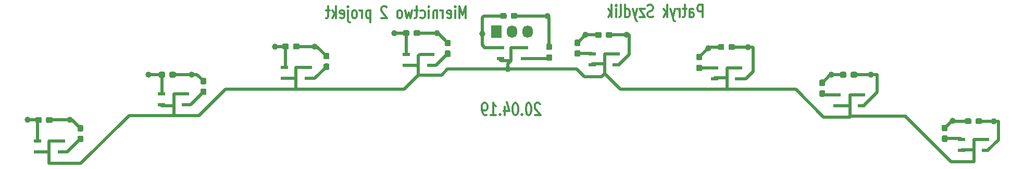
<source format=gbr>
G04 #@! TF.GenerationSoftware,KiCad,Pcbnew,5.1.1-8be2ce7~80~ubuntu18.04.1*
G04 #@! TF.CreationDate,2019-04-20T15:59:31+02:00*
G04 #@! TF.ProjectId,megazord,6d656761-7a6f-4726-942e-6b696361645f,rev?*
G04 #@! TF.SameCoordinates,Original*
G04 #@! TF.FileFunction,Copper,L2,Bot*
G04 #@! TF.FilePolarity,Positive*
%FSLAX46Y46*%
G04 Gerber Fmt 4.6, Leading zero omitted, Abs format (unit mm)*
G04 Created by KiCad (PCBNEW 5.1.1-8be2ce7~80~ubuntu18.04.1) date 2019-04-20 15:59:31*
%MOMM*%
%LPD*%
G04 APERTURE LIST*
%ADD10C,0.300000*%
%ADD11C,0.100000*%
%ADD12C,0.950000*%
%ADD13R,1.300000X0.600000*%
%ADD14R,1.730000X2.030000*%
%ADD15O,1.730000X2.030000*%
%ADD16C,1.000000*%
%ADD17C,0.500000*%
G04 APERTURE END LIST*
D10*
X103850000Y-58704761D02*
X103850000Y-56704761D01*
X103350000Y-58133333D01*
X102850000Y-56704761D01*
X102850000Y-58704761D01*
X102135714Y-58704761D02*
X102135714Y-57371428D01*
X102135714Y-56704761D02*
X102207142Y-56800000D01*
X102135714Y-56895238D01*
X102064285Y-56800000D01*
X102135714Y-56704761D01*
X102135714Y-56895238D01*
X100850000Y-58609523D02*
X100992857Y-58704761D01*
X101278571Y-58704761D01*
X101421428Y-58609523D01*
X101492857Y-58419047D01*
X101492857Y-57657142D01*
X101421428Y-57466666D01*
X101278571Y-57371428D01*
X100992857Y-57371428D01*
X100850000Y-57466666D01*
X100778571Y-57657142D01*
X100778571Y-57847619D01*
X101492857Y-58038095D01*
X100135714Y-58704761D02*
X100135714Y-57371428D01*
X100135714Y-57752380D02*
X100064285Y-57561904D01*
X99992857Y-57466666D01*
X99850000Y-57371428D01*
X99707142Y-57371428D01*
X99207142Y-57371428D02*
X99207142Y-58704761D01*
X99207142Y-57561904D02*
X99135714Y-57466666D01*
X98992857Y-57371428D01*
X98778571Y-57371428D01*
X98635714Y-57466666D01*
X98564285Y-57657142D01*
X98564285Y-58704761D01*
X97850000Y-58704761D02*
X97850000Y-57371428D01*
X97850000Y-56704761D02*
X97921428Y-56800000D01*
X97850000Y-56895238D01*
X97778571Y-56800000D01*
X97850000Y-56704761D01*
X97850000Y-56895238D01*
X96492857Y-58609523D02*
X96635714Y-58704761D01*
X96921428Y-58704761D01*
X97064285Y-58609523D01*
X97135714Y-58514285D01*
X97207142Y-58323809D01*
X97207142Y-57752380D01*
X97135714Y-57561904D01*
X97064285Y-57466666D01*
X96921428Y-57371428D01*
X96635714Y-57371428D01*
X96492857Y-57466666D01*
X96064285Y-57371428D02*
X95492857Y-57371428D01*
X95850000Y-56704761D02*
X95850000Y-58419047D01*
X95778571Y-58609523D01*
X95635714Y-58704761D01*
X95492857Y-58704761D01*
X95135714Y-57371428D02*
X94850000Y-58704761D01*
X94564285Y-57752380D01*
X94278571Y-58704761D01*
X93992857Y-57371428D01*
X93207142Y-58704761D02*
X93350000Y-58609523D01*
X93421428Y-58514285D01*
X93492857Y-58323809D01*
X93492857Y-57752380D01*
X93421428Y-57561904D01*
X93350000Y-57466666D01*
X93207142Y-57371428D01*
X92992857Y-57371428D01*
X92850000Y-57466666D01*
X92778571Y-57561904D01*
X92707142Y-57752380D01*
X92707142Y-58323809D01*
X92778571Y-58514285D01*
X92850000Y-58609523D01*
X92992857Y-58704761D01*
X93207142Y-58704761D01*
X90992857Y-56895238D02*
X90921428Y-56800000D01*
X90778571Y-56704761D01*
X90421428Y-56704761D01*
X90278571Y-56800000D01*
X90207142Y-56895238D01*
X90135714Y-57085714D01*
X90135714Y-57276190D01*
X90207142Y-57561904D01*
X91064285Y-58704761D01*
X90135714Y-58704761D01*
X88350000Y-57371428D02*
X88350000Y-59371428D01*
X88350000Y-57466666D02*
X88207142Y-57371428D01*
X87921428Y-57371428D01*
X87778571Y-57466666D01*
X87707142Y-57561904D01*
X87635714Y-57752380D01*
X87635714Y-58323809D01*
X87707142Y-58514285D01*
X87778571Y-58609523D01*
X87921428Y-58704761D01*
X88207142Y-58704761D01*
X88350000Y-58609523D01*
X86992857Y-58704761D02*
X86992857Y-57371428D01*
X86992857Y-57752380D02*
X86921428Y-57561904D01*
X86850000Y-57466666D01*
X86707142Y-57371428D01*
X86564285Y-57371428D01*
X85850000Y-58704761D02*
X85992857Y-58609523D01*
X86064285Y-58514285D01*
X86135714Y-58323809D01*
X86135714Y-57752380D01*
X86064285Y-57561904D01*
X85992857Y-57466666D01*
X85850000Y-57371428D01*
X85635714Y-57371428D01*
X85492857Y-57466666D01*
X85421428Y-57561904D01*
X85350000Y-57752380D01*
X85350000Y-58323809D01*
X85421428Y-58514285D01*
X85492857Y-58609523D01*
X85635714Y-58704761D01*
X85850000Y-58704761D01*
X84707142Y-57371428D02*
X84707142Y-59085714D01*
X84778571Y-59276190D01*
X84921428Y-59371428D01*
X84992857Y-59371428D01*
X84707142Y-56704761D02*
X84778571Y-56800000D01*
X84707142Y-56895238D01*
X84635714Y-56800000D01*
X84707142Y-56704761D01*
X84707142Y-56895238D01*
X83421428Y-58609523D02*
X83564285Y-58704761D01*
X83850000Y-58704761D01*
X83992857Y-58609523D01*
X84064285Y-58419047D01*
X84064285Y-57657142D01*
X83992857Y-57466666D01*
X83850000Y-57371428D01*
X83564285Y-57371428D01*
X83421428Y-57466666D01*
X83350000Y-57657142D01*
X83350000Y-57847619D01*
X84064285Y-58038095D01*
X82707142Y-58704761D02*
X82707142Y-56704761D01*
X82564285Y-57942857D02*
X82135714Y-58704761D01*
X82135714Y-57371428D02*
X82707142Y-58133333D01*
X81707142Y-57371428D02*
X81135714Y-57371428D01*
X81492857Y-56704761D02*
X81492857Y-58419047D01*
X81421428Y-58609523D01*
X81278571Y-58704761D01*
X81135714Y-58704761D01*
X115914285Y-72695238D02*
X115842857Y-72600000D01*
X115700000Y-72504761D01*
X115342857Y-72504761D01*
X115200000Y-72600000D01*
X115128571Y-72695238D01*
X115057142Y-72885714D01*
X115057142Y-73076190D01*
X115128571Y-73361904D01*
X115985714Y-74504761D01*
X115057142Y-74504761D01*
X114128571Y-72504761D02*
X113985714Y-72504761D01*
X113842857Y-72600000D01*
X113771428Y-72695238D01*
X113700000Y-72885714D01*
X113628571Y-73266666D01*
X113628571Y-73742857D01*
X113700000Y-74123809D01*
X113771428Y-74314285D01*
X113842857Y-74409523D01*
X113985714Y-74504761D01*
X114128571Y-74504761D01*
X114271428Y-74409523D01*
X114342857Y-74314285D01*
X114414285Y-74123809D01*
X114485714Y-73742857D01*
X114485714Y-73266666D01*
X114414285Y-72885714D01*
X114342857Y-72695238D01*
X114271428Y-72600000D01*
X114128571Y-72504761D01*
X112985714Y-74314285D02*
X112914285Y-74409523D01*
X112985714Y-74504761D01*
X113057142Y-74409523D01*
X112985714Y-74314285D01*
X112985714Y-74504761D01*
X111985714Y-72504761D02*
X111842857Y-72504761D01*
X111700000Y-72600000D01*
X111628571Y-72695238D01*
X111557142Y-72885714D01*
X111485714Y-73266666D01*
X111485714Y-73742857D01*
X111557142Y-74123809D01*
X111628571Y-74314285D01*
X111700000Y-74409523D01*
X111842857Y-74504761D01*
X111985714Y-74504761D01*
X112128571Y-74409523D01*
X112200000Y-74314285D01*
X112271428Y-74123809D01*
X112342857Y-73742857D01*
X112342857Y-73266666D01*
X112271428Y-72885714D01*
X112200000Y-72695238D01*
X112128571Y-72600000D01*
X111985714Y-72504761D01*
X110200000Y-73171428D02*
X110200000Y-74504761D01*
X110557142Y-72409523D02*
X110914285Y-73838095D01*
X109985714Y-73838095D01*
X109414285Y-74314285D02*
X109342857Y-74409523D01*
X109414285Y-74504761D01*
X109485714Y-74409523D01*
X109414285Y-74314285D01*
X109414285Y-74504761D01*
X107914285Y-74504761D02*
X108771428Y-74504761D01*
X108342857Y-74504761D02*
X108342857Y-72504761D01*
X108485714Y-72790476D01*
X108628571Y-72980952D01*
X108771428Y-73076190D01*
X107200000Y-74504761D02*
X106914285Y-74504761D01*
X106771428Y-74409523D01*
X106700000Y-74314285D01*
X106557142Y-74028571D01*
X106485714Y-73647619D01*
X106485714Y-72885714D01*
X106557142Y-72695238D01*
X106628571Y-72600000D01*
X106771428Y-72504761D01*
X107057142Y-72504761D01*
X107200000Y-72600000D01*
X107271428Y-72695238D01*
X107342857Y-72885714D01*
X107342857Y-73361904D01*
X107271428Y-73552380D01*
X107200000Y-73647619D01*
X107057142Y-73742857D01*
X106771428Y-73742857D01*
X106628571Y-73647619D01*
X106557142Y-73552380D01*
X106485714Y-73361904D01*
X142342857Y-58504761D02*
X142342857Y-56504761D01*
X141771428Y-56504761D01*
X141628571Y-56600000D01*
X141557142Y-56695238D01*
X141485714Y-56885714D01*
X141485714Y-57171428D01*
X141557142Y-57361904D01*
X141628571Y-57457142D01*
X141771428Y-57552380D01*
X142342857Y-57552380D01*
X140200000Y-58504761D02*
X140200000Y-57457142D01*
X140271428Y-57266666D01*
X140414285Y-57171428D01*
X140700000Y-57171428D01*
X140842857Y-57266666D01*
X140200000Y-58409523D02*
X140342857Y-58504761D01*
X140700000Y-58504761D01*
X140842857Y-58409523D01*
X140914285Y-58219047D01*
X140914285Y-58028571D01*
X140842857Y-57838095D01*
X140700000Y-57742857D01*
X140342857Y-57742857D01*
X140200000Y-57647619D01*
X139700000Y-57171428D02*
X139128571Y-57171428D01*
X139485714Y-56504761D02*
X139485714Y-58219047D01*
X139414285Y-58409523D01*
X139271428Y-58504761D01*
X139128571Y-58504761D01*
X138628571Y-58504761D02*
X138628571Y-57171428D01*
X138628571Y-57552380D02*
X138557142Y-57361904D01*
X138485714Y-57266666D01*
X138342857Y-57171428D01*
X138200000Y-57171428D01*
X137842857Y-57171428D02*
X137485714Y-58504761D01*
X137128571Y-57171428D02*
X137485714Y-58504761D01*
X137628571Y-58980952D01*
X137700000Y-59076190D01*
X137842857Y-59171428D01*
X136557142Y-58504761D02*
X136557142Y-56504761D01*
X136414285Y-57742857D02*
X135985714Y-58504761D01*
X135985714Y-57171428D02*
X136557142Y-57933333D01*
X134271428Y-58409523D02*
X134057142Y-58504761D01*
X133700000Y-58504761D01*
X133557142Y-58409523D01*
X133485714Y-58314285D01*
X133414285Y-58123809D01*
X133414285Y-57933333D01*
X133485714Y-57742857D01*
X133557142Y-57647619D01*
X133700000Y-57552380D01*
X133985714Y-57457142D01*
X134128571Y-57361904D01*
X134200000Y-57266666D01*
X134271428Y-57076190D01*
X134271428Y-56885714D01*
X134200000Y-56695238D01*
X134128571Y-56600000D01*
X133985714Y-56504761D01*
X133628571Y-56504761D01*
X133414285Y-56600000D01*
X132914285Y-57171428D02*
X132128571Y-57171428D01*
X132914285Y-58504761D01*
X132128571Y-58504761D01*
X131700000Y-57171428D02*
X131342857Y-58504761D01*
X130985714Y-57171428D02*
X131342857Y-58504761D01*
X131485714Y-58980952D01*
X131557142Y-59076190D01*
X131700000Y-59171428D01*
X129771428Y-58504761D02*
X129771428Y-56504761D01*
X129771428Y-58409523D02*
X129914285Y-58504761D01*
X130200000Y-58504761D01*
X130342857Y-58409523D01*
X130414285Y-58314285D01*
X130485714Y-58123809D01*
X130485714Y-57552380D01*
X130414285Y-57361904D01*
X130342857Y-57266666D01*
X130200000Y-57171428D01*
X129914285Y-57171428D01*
X129771428Y-57266666D01*
X128842857Y-58504761D02*
X128985714Y-58409523D01*
X129057142Y-58219047D01*
X129057142Y-56504761D01*
X128271428Y-58504761D02*
X128271428Y-57171428D01*
X128271428Y-56504761D02*
X128342857Y-56600000D01*
X128271428Y-56695238D01*
X128200000Y-56600000D01*
X128271428Y-56504761D01*
X128271428Y-56695238D01*
X127557142Y-58504761D02*
X127557142Y-56504761D01*
X127414285Y-57742857D02*
X126985714Y-58504761D01*
X126985714Y-57171428D02*
X127557142Y-57933333D01*
D11*
G36*
X36460779Y-74826144D02*
G01*
X36483834Y-74829563D01*
X36506443Y-74835227D01*
X36528387Y-74843079D01*
X36549457Y-74853044D01*
X36569448Y-74865026D01*
X36588168Y-74878910D01*
X36605438Y-74894562D01*
X36621090Y-74911832D01*
X36634974Y-74930552D01*
X36646956Y-74950543D01*
X36656921Y-74971613D01*
X36664773Y-74993557D01*
X36670437Y-75016166D01*
X36673856Y-75039221D01*
X36675000Y-75062500D01*
X36675000Y-75537500D01*
X36673856Y-75560779D01*
X36670437Y-75583834D01*
X36664773Y-75606443D01*
X36656921Y-75628387D01*
X36646956Y-75649457D01*
X36634974Y-75669448D01*
X36621090Y-75688168D01*
X36605438Y-75705438D01*
X36588168Y-75721090D01*
X36569448Y-75734974D01*
X36549457Y-75746956D01*
X36528387Y-75756921D01*
X36506443Y-75764773D01*
X36483834Y-75770437D01*
X36460779Y-75773856D01*
X36437500Y-75775000D01*
X35862500Y-75775000D01*
X35839221Y-75773856D01*
X35816166Y-75770437D01*
X35793557Y-75764773D01*
X35771613Y-75756921D01*
X35750543Y-75746956D01*
X35730552Y-75734974D01*
X35711832Y-75721090D01*
X35694562Y-75705438D01*
X35678910Y-75688168D01*
X35665026Y-75669448D01*
X35653044Y-75649457D01*
X35643079Y-75628387D01*
X35635227Y-75606443D01*
X35629563Y-75583834D01*
X35626144Y-75560779D01*
X35625000Y-75537500D01*
X35625000Y-75062500D01*
X35626144Y-75039221D01*
X35629563Y-75016166D01*
X35635227Y-74993557D01*
X35643079Y-74971613D01*
X35653044Y-74950543D01*
X35665026Y-74930552D01*
X35678910Y-74911832D01*
X35694562Y-74894562D01*
X35711832Y-74878910D01*
X35730552Y-74865026D01*
X35750543Y-74853044D01*
X35771613Y-74843079D01*
X35793557Y-74835227D01*
X35816166Y-74829563D01*
X35839221Y-74826144D01*
X35862500Y-74825000D01*
X36437500Y-74825000D01*
X36460779Y-74826144D01*
X36460779Y-74826144D01*
G37*
D12*
X36150000Y-75300000D03*
D11*
G36*
X34710779Y-74826144D02*
G01*
X34733834Y-74829563D01*
X34756443Y-74835227D01*
X34778387Y-74843079D01*
X34799457Y-74853044D01*
X34819448Y-74865026D01*
X34838168Y-74878910D01*
X34855438Y-74894562D01*
X34871090Y-74911832D01*
X34884974Y-74930552D01*
X34896956Y-74950543D01*
X34906921Y-74971613D01*
X34914773Y-74993557D01*
X34920437Y-75016166D01*
X34923856Y-75039221D01*
X34925000Y-75062500D01*
X34925000Y-75537500D01*
X34923856Y-75560779D01*
X34920437Y-75583834D01*
X34914773Y-75606443D01*
X34906921Y-75628387D01*
X34896956Y-75649457D01*
X34884974Y-75669448D01*
X34871090Y-75688168D01*
X34855438Y-75705438D01*
X34838168Y-75721090D01*
X34819448Y-75734974D01*
X34799457Y-75746956D01*
X34778387Y-75756921D01*
X34756443Y-75764773D01*
X34733834Y-75770437D01*
X34710779Y-75773856D01*
X34687500Y-75775000D01*
X34112500Y-75775000D01*
X34089221Y-75773856D01*
X34066166Y-75770437D01*
X34043557Y-75764773D01*
X34021613Y-75756921D01*
X34000543Y-75746956D01*
X33980552Y-75734974D01*
X33961832Y-75721090D01*
X33944562Y-75705438D01*
X33928910Y-75688168D01*
X33915026Y-75669448D01*
X33903044Y-75649457D01*
X33893079Y-75628387D01*
X33885227Y-75606443D01*
X33879563Y-75583834D01*
X33876144Y-75560779D01*
X33875000Y-75537500D01*
X33875000Y-75062500D01*
X33876144Y-75039221D01*
X33879563Y-75016166D01*
X33885227Y-74993557D01*
X33893079Y-74971613D01*
X33903044Y-74950543D01*
X33915026Y-74930552D01*
X33928910Y-74911832D01*
X33944562Y-74894562D01*
X33961832Y-74878910D01*
X33980552Y-74865026D01*
X34000543Y-74853044D01*
X34021613Y-74843079D01*
X34043557Y-74835227D01*
X34066166Y-74829563D01*
X34089221Y-74826144D01*
X34112500Y-74825000D01*
X34687500Y-74825000D01*
X34710779Y-74826144D01*
X34710779Y-74826144D01*
G37*
D12*
X34400000Y-75300000D03*
D11*
G36*
X41460779Y-77876144D02*
G01*
X41483834Y-77879563D01*
X41506443Y-77885227D01*
X41528387Y-77893079D01*
X41549457Y-77903044D01*
X41569448Y-77915026D01*
X41588168Y-77928910D01*
X41605438Y-77944562D01*
X41621090Y-77961832D01*
X41634974Y-77980552D01*
X41646956Y-78000543D01*
X41656921Y-78021613D01*
X41664773Y-78043557D01*
X41670437Y-78066166D01*
X41673856Y-78089221D01*
X41675000Y-78112500D01*
X41675000Y-78687500D01*
X41673856Y-78710779D01*
X41670437Y-78733834D01*
X41664773Y-78756443D01*
X41656921Y-78778387D01*
X41646956Y-78799457D01*
X41634974Y-78819448D01*
X41621090Y-78838168D01*
X41605438Y-78855438D01*
X41588168Y-78871090D01*
X41569448Y-78884974D01*
X41549457Y-78896956D01*
X41528387Y-78906921D01*
X41506443Y-78914773D01*
X41483834Y-78920437D01*
X41460779Y-78923856D01*
X41437500Y-78925000D01*
X40962500Y-78925000D01*
X40939221Y-78923856D01*
X40916166Y-78920437D01*
X40893557Y-78914773D01*
X40871613Y-78906921D01*
X40850543Y-78896956D01*
X40830552Y-78884974D01*
X40811832Y-78871090D01*
X40794562Y-78855438D01*
X40778910Y-78838168D01*
X40765026Y-78819448D01*
X40753044Y-78799457D01*
X40743079Y-78778387D01*
X40735227Y-78756443D01*
X40729563Y-78733834D01*
X40726144Y-78710779D01*
X40725000Y-78687500D01*
X40725000Y-78112500D01*
X40726144Y-78089221D01*
X40729563Y-78066166D01*
X40735227Y-78043557D01*
X40743079Y-78021613D01*
X40753044Y-78000543D01*
X40765026Y-77980552D01*
X40778910Y-77961832D01*
X40794562Y-77944562D01*
X40811832Y-77928910D01*
X40830552Y-77915026D01*
X40850543Y-77903044D01*
X40871613Y-77893079D01*
X40893557Y-77885227D01*
X40916166Y-77879563D01*
X40939221Y-77876144D01*
X40962500Y-77875000D01*
X41437500Y-77875000D01*
X41460779Y-77876144D01*
X41460779Y-77876144D01*
G37*
D12*
X41200000Y-78400000D03*
D11*
G36*
X41460779Y-76126144D02*
G01*
X41483834Y-76129563D01*
X41506443Y-76135227D01*
X41528387Y-76143079D01*
X41549457Y-76153044D01*
X41569448Y-76165026D01*
X41588168Y-76178910D01*
X41605438Y-76194562D01*
X41621090Y-76211832D01*
X41634974Y-76230552D01*
X41646956Y-76250543D01*
X41656921Y-76271613D01*
X41664773Y-76293557D01*
X41670437Y-76316166D01*
X41673856Y-76339221D01*
X41675000Y-76362500D01*
X41675000Y-76937500D01*
X41673856Y-76960779D01*
X41670437Y-76983834D01*
X41664773Y-77006443D01*
X41656921Y-77028387D01*
X41646956Y-77049457D01*
X41634974Y-77069448D01*
X41621090Y-77088168D01*
X41605438Y-77105438D01*
X41588168Y-77121090D01*
X41569448Y-77134974D01*
X41549457Y-77146956D01*
X41528387Y-77156921D01*
X41506443Y-77164773D01*
X41483834Y-77170437D01*
X41460779Y-77173856D01*
X41437500Y-77175000D01*
X40962500Y-77175000D01*
X40939221Y-77173856D01*
X40916166Y-77170437D01*
X40893557Y-77164773D01*
X40871613Y-77156921D01*
X40850543Y-77146956D01*
X40830552Y-77134974D01*
X40811832Y-77121090D01*
X40794562Y-77105438D01*
X40778910Y-77088168D01*
X40765026Y-77069448D01*
X40753044Y-77049457D01*
X40743079Y-77028387D01*
X40735227Y-77006443D01*
X40729563Y-76983834D01*
X40726144Y-76960779D01*
X40725000Y-76937500D01*
X40725000Y-76362500D01*
X40726144Y-76339221D01*
X40729563Y-76316166D01*
X40735227Y-76293557D01*
X40743079Y-76271613D01*
X40753044Y-76250543D01*
X40765026Y-76230552D01*
X40778910Y-76211832D01*
X40794562Y-76194562D01*
X40811832Y-76178910D01*
X40830552Y-76165026D01*
X40850543Y-76153044D01*
X40871613Y-76143079D01*
X40893557Y-76135227D01*
X40916166Y-76129563D01*
X40939221Y-76126144D01*
X40962500Y-76125000D01*
X41437500Y-76125000D01*
X41460779Y-76126144D01*
X41460779Y-76126144D01*
G37*
D12*
X41200000Y-76650000D03*
D13*
X74335000Y-66705000D03*
X78265000Y-66705000D03*
X74335000Y-68505000D03*
X78265000Y-68505000D03*
D11*
G36*
X81460779Y-64326144D02*
G01*
X81483834Y-64329563D01*
X81506443Y-64335227D01*
X81528387Y-64343079D01*
X81549457Y-64353044D01*
X81569448Y-64365026D01*
X81588168Y-64378910D01*
X81605438Y-64394562D01*
X81621090Y-64411832D01*
X81634974Y-64430552D01*
X81646956Y-64450543D01*
X81656921Y-64471613D01*
X81664773Y-64493557D01*
X81670437Y-64516166D01*
X81673856Y-64539221D01*
X81675000Y-64562500D01*
X81675000Y-65137500D01*
X81673856Y-65160779D01*
X81670437Y-65183834D01*
X81664773Y-65206443D01*
X81656921Y-65228387D01*
X81646956Y-65249457D01*
X81634974Y-65269448D01*
X81621090Y-65288168D01*
X81605438Y-65305438D01*
X81588168Y-65321090D01*
X81569448Y-65334974D01*
X81549457Y-65346956D01*
X81528387Y-65356921D01*
X81506443Y-65364773D01*
X81483834Y-65370437D01*
X81460779Y-65373856D01*
X81437500Y-65375000D01*
X80962500Y-65375000D01*
X80939221Y-65373856D01*
X80916166Y-65370437D01*
X80893557Y-65364773D01*
X80871613Y-65356921D01*
X80850543Y-65346956D01*
X80830552Y-65334974D01*
X80811832Y-65321090D01*
X80794562Y-65305438D01*
X80778910Y-65288168D01*
X80765026Y-65269448D01*
X80753044Y-65249457D01*
X80743079Y-65228387D01*
X80735227Y-65206443D01*
X80729563Y-65183834D01*
X80726144Y-65160779D01*
X80725000Y-65137500D01*
X80725000Y-64562500D01*
X80726144Y-64539221D01*
X80729563Y-64516166D01*
X80735227Y-64493557D01*
X80743079Y-64471613D01*
X80753044Y-64450543D01*
X80765026Y-64430552D01*
X80778910Y-64411832D01*
X80794562Y-64394562D01*
X80811832Y-64378910D01*
X80830552Y-64365026D01*
X80850543Y-64353044D01*
X80871613Y-64343079D01*
X80893557Y-64335227D01*
X80916166Y-64329563D01*
X80939221Y-64326144D01*
X80962500Y-64325000D01*
X81437500Y-64325000D01*
X81460779Y-64326144D01*
X81460779Y-64326144D01*
G37*
D12*
X81200000Y-64850000D03*
D11*
G36*
X81460779Y-66076144D02*
G01*
X81483834Y-66079563D01*
X81506443Y-66085227D01*
X81528387Y-66093079D01*
X81549457Y-66103044D01*
X81569448Y-66115026D01*
X81588168Y-66128910D01*
X81605438Y-66144562D01*
X81621090Y-66161832D01*
X81634974Y-66180552D01*
X81646956Y-66200543D01*
X81656921Y-66221613D01*
X81664773Y-66243557D01*
X81670437Y-66266166D01*
X81673856Y-66289221D01*
X81675000Y-66312500D01*
X81675000Y-66887500D01*
X81673856Y-66910779D01*
X81670437Y-66933834D01*
X81664773Y-66956443D01*
X81656921Y-66978387D01*
X81646956Y-66999457D01*
X81634974Y-67019448D01*
X81621090Y-67038168D01*
X81605438Y-67055438D01*
X81588168Y-67071090D01*
X81569448Y-67084974D01*
X81549457Y-67096956D01*
X81528387Y-67106921D01*
X81506443Y-67114773D01*
X81483834Y-67120437D01*
X81460779Y-67123856D01*
X81437500Y-67125000D01*
X80962500Y-67125000D01*
X80939221Y-67123856D01*
X80916166Y-67120437D01*
X80893557Y-67114773D01*
X80871613Y-67106921D01*
X80850543Y-67096956D01*
X80830552Y-67084974D01*
X80811832Y-67071090D01*
X80794562Y-67055438D01*
X80778910Y-67038168D01*
X80765026Y-67019448D01*
X80753044Y-66999457D01*
X80743079Y-66978387D01*
X80735227Y-66956443D01*
X80729563Y-66933834D01*
X80726144Y-66910779D01*
X80725000Y-66887500D01*
X80725000Y-66312500D01*
X80726144Y-66289221D01*
X80729563Y-66266166D01*
X80735227Y-66243557D01*
X80743079Y-66221613D01*
X80753044Y-66200543D01*
X80765026Y-66180552D01*
X80778910Y-66161832D01*
X80794562Y-66144562D01*
X80811832Y-66128910D01*
X80830552Y-66115026D01*
X80850543Y-66103044D01*
X80871613Y-66093079D01*
X80893557Y-66085227D01*
X80916166Y-66079563D01*
X80939221Y-66076144D01*
X80962500Y-66075000D01*
X81437500Y-66075000D01*
X81460779Y-66076144D01*
X81460779Y-66076144D01*
G37*
D12*
X81200000Y-66600000D03*
D11*
G36*
X96210779Y-60626144D02*
G01*
X96233834Y-60629563D01*
X96256443Y-60635227D01*
X96278387Y-60643079D01*
X96299457Y-60653044D01*
X96319448Y-60665026D01*
X96338168Y-60678910D01*
X96355438Y-60694562D01*
X96371090Y-60711832D01*
X96384974Y-60730552D01*
X96396956Y-60750543D01*
X96406921Y-60771613D01*
X96414773Y-60793557D01*
X96420437Y-60816166D01*
X96423856Y-60839221D01*
X96425000Y-60862500D01*
X96425000Y-61337500D01*
X96423856Y-61360779D01*
X96420437Y-61383834D01*
X96414773Y-61406443D01*
X96406921Y-61428387D01*
X96396956Y-61449457D01*
X96384974Y-61469448D01*
X96371090Y-61488168D01*
X96355438Y-61505438D01*
X96338168Y-61521090D01*
X96319448Y-61534974D01*
X96299457Y-61546956D01*
X96278387Y-61556921D01*
X96256443Y-61564773D01*
X96233834Y-61570437D01*
X96210779Y-61573856D01*
X96187500Y-61575000D01*
X95612500Y-61575000D01*
X95589221Y-61573856D01*
X95566166Y-61570437D01*
X95543557Y-61564773D01*
X95521613Y-61556921D01*
X95500543Y-61546956D01*
X95480552Y-61534974D01*
X95461832Y-61521090D01*
X95444562Y-61505438D01*
X95428910Y-61488168D01*
X95415026Y-61469448D01*
X95403044Y-61449457D01*
X95393079Y-61428387D01*
X95385227Y-61406443D01*
X95379563Y-61383834D01*
X95376144Y-61360779D01*
X95375000Y-61337500D01*
X95375000Y-60862500D01*
X95376144Y-60839221D01*
X95379563Y-60816166D01*
X95385227Y-60793557D01*
X95393079Y-60771613D01*
X95403044Y-60750543D01*
X95415026Y-60730552D01*
X95428910Y-60711832D01*
X95444562Y-60694562D01*
X95461832Y-60678910D01*
X95480552Y-60665026D01*
X95500543Y-60653044D01*
X95521613Y-60643079D01*
X95543557Y-60635227D01*
X95566166Y-60629563D01*
X95589221Y-60626144D01*
X95612500Y-60625000D01*
X96187500Y-60625000D01*
X96210779Y-60626144D01*
X96210779Y-60626144D01*
G37*
D12*
X95900000Y-61100000D03*
D11*
G36*
X94460779Y-60626144D02*
G01*
X94483834Y-60629563D01*
X94506443Y-60635227D01*
X94528387Y-60643079D01*
X94549457Y-60653044D01*
X94569448Y-60665026D01*
X94588168Y-60678910D01*
X94605438Y-60694562D01*
X94621090Y-60711832D01*
X94634974Y-60730552D01*
X94646956Y-60750543D01*
X94656921Y-60771613D01*
X94664773Y-60793557D01*
X94670437Y-60816166D01*
X94673856Y-60839221D01*
X94675000Y-60862500D01*
X94675000Y-61337500D01*
X94673856Y-61360779D01*
X94670437Y-61383834D01*
X94664773Y-61406443D01*
X94656921Y-61428387D01*
X94646956Y-61449457D01*
X94634974Y-61469448D01*
X94621090Y-61488168D01*
X94605438Y-61505438D01*
X94588168Y-61521090D01*
X94569448Y-61534974D01*
X94549457Y-61546956D01*
X94528387Y-61556921D01*
X94506443Y-61564773D01*
X94483834Y-61570437D01*
X94460779Y-61573856D01*
X94437500Y-61575000D01*
X93862500Y-61575000D01*
X93839221Y-61573856D01*
X93816166Y-61570437D01*
X93793557Y-61564773D01*
X93771613Y-61556921D01*
X93750543Y-61546956D01*
X93730552Y-61534974D01*
X93711832Y-61521090D01*
X93694562Y-61505438D01*
X93678910Y-61488168D01*
X93665026Y-61469448D01*
X93653044Y-61449457D01*
X93643079Y-61428387D01*
X93635227Y-61406443D01*
X93629563Y-61383834D01*
X93626144Y-61360779D01*
X93625000Y-61337500D01*
X93625000Y-60862500D01*
X93626144Y-60839221D01*
X93629563Y-60816166D01*
X93635227Y-60793557D01*
X93643079Y-60771613D01*
X93653044Y-60750543D01*
X93665026Y-60730552D01*
X93678910Y-60711832D01*
X93694562Y-60694562D01*
X93711832Y-60678910D01*
X93730552Y-60665026D01*
X93750543Y-60653044D01*
X93771613Y-60643079D01*
X93793557Y-60635227D01*
X93816166Y-60629563D01*
X93839221Y-60626144D01*
X93862500Y-60625000D01*
X94437500Y-60625000D01*
X94460779Y-60626144D01*
X94460779Y-60626144D01*
G37*
D12*
X94150000Y-61100000D03*
D13*
X58300000Y-72800000D03*
X54370000Y-72800000D03*
X58300000Y-71000000D03*
X54370000Y-71000000D03*
D11*
G36*
X76610779Y-62826144D02*
G01*
X76633834Y-62829563D01*
X76656443Y-62835227D01*
X76678387Y-62843079D01*
X76699457Y-62853044D01*
X76719448Y-62865026D01*
X76738168Y-62878910D01*
X76755438Y-62894562D01*
X76771090Y-62911832D01*
X76784974Y-62930552D01*
X76796956Y-62950543D01*
X76806921Y-62971613D01*
X76814773Y-62993557D01*
X76820437Y-63016166D01*
X76823856Y-63039221D01*
X76825000Y-63062500D01*
X76825000Y-63537500D01*
X76823856Y-63560779D01*
X76820437Y-63583834D01*
X76814773Y-63606443D01*
X76806921Y-63628387D01*
X76796956Y-63649457D01*
X76784974Y-63669448D01*
X76771090Y-63688168D01*
X76755438Y-63705438D01*
X76738168Y-63721090D01*
X76719448Y-63734974D01*
X76699457Y-63746956D01*
X76678387Y-63756921D01*
X76656443Y-63764773D01*
X76633834Y-63770437D01*
X76610779Y-63773856D01*
X76587500Y-63775000D01*
X76012500Y-63775000D01*
X75989221Y-63773856D01*
X75966166Y-63770437D01*
X75943557Y-63764773D01*
X75921613Y-63756921D01*
X75900543Y-63746956D01*
X75880552Y-63734974D01*
X75861832Y-63721090D01*
X75844562Y-63705438D01*
X75828910Y-63688168D01*
X75815026Y-63669448D01*
X75803044Y-63649457D01*
X75793079Y-63628387D01*
X75785227Y-63606443D01*
X75779563Y-63583834D01*
X75776144Y-63560779D01*
X75775000Y-63537500D01*
X75775000Y-63062500D01*
X75776144Y-63039221D01*
X75779563Y-63016166D01*
X75785227Y-62993557D01*
X75793079Y-62971613D01*
X75803044Y-62950543D01*
X75815026Y-62930552D01*
X75828910Y-62911832D01*
X75844562Y-62894562D01*
X75861832Y-62878910D01*
X75880552Y-62865026D01*
X75900543Y-62853044D01*
X75921613Y-62843079D01*
X75943557Y-62835227D01*
X75966166Y-62829563D01*
X75989221Y-62826144D01*
X76012500Y-62825000D01*
X76587500Y-62825000D01*
X76610779Y-62826144D01*
X76610779Y-62826144D01*
G37*
D12*
X76300000Y-63300000D03*
D11*
G36*
X74860779Y-62826144D02*
G01*
X74883834Y-62829563D01*
X74906443Y-62835227D01*
X74928387Y-62843079D01*
X74949457Y-62853044D01*
X74969448Y-62865026D01*
X74988168Y-62878910D01*
X75005438Y-62894562D01*
X75021090Y-62911832D01*
X75034974Y-62930552D01*
X75046956Y-62950543D01*
X75056921Y-62971613D01*
X75064773Y-62993557D01*
X75070437Y-63016166D01*
X75073856Y-63039221D01*
X75075000Y-63062500D01*
X75075000Y-63537500D01*
X75073856Y-63560779D01*
X75070437Y-63583834D01*
X75064773Y-63606443D01*
X75056921Y-63628387D01*
X75046956Y-63649457D01*
X75034974Y-63669448D01*
X75021090Y-63688168D01*
X75005438Y-63705438D01*
X74988168Y-63721090D01*
X74969448Y-63734974D01*
X74949457Y-63746956D01*
X74928387Y-63756921D01*
X74906443Y-63764773D01*
X74883834Y-63770437D01*
X74860779Y-63773856D01*
X74837500Y-63775000D01*
X74262500Y-63775000D01*
X74239221Y-63773856D01*
X74216166Y-63770437D01*
X74193557Y-63764773D01*
X74171613Y-63756921D01*
X74150543Y-63746956D01*
X74130552Y-63734974D01*
X74111832Y-63721090D01*
X74094562Y-63705438D01*
X74078910Y-63688168D01*
X74065026Y-63669448D01*
X74053044Y-63649457D01*
X74043079Y-63628387D01*
X74035227Y-63606443D01*
X74029563Y-63583834D01*
X74026144Y-63560779D01*
X74025000Y-63537500D01*
X74025000Y-63062500D01*
X74026144Y-63039221D01*
X74029563Y-63016166D01*
X74035227Y-62993557D01*
X74043079Y-62971613D01*
X74053044Y-62950543D01*
X74065026Y-62930552D01*
X74078910Y-62911832D01*
X74094562Y-62894562D01*
X74111832Y-62878910D01*
X74130552Y-62865026D01*
X74150543Y-62853044D01*
X74171613Y-62843079D01*
X74193557Y-62835227D01*
X74216166Y-62829563D01*
X74239221Y-62826144D01*
X74262500Y-62825000D01*
X74837500Y-62825000D01*
X74860779Y-62826144D01*
X74860779Y-62826144D01*
G37*
D12*
X74550000Y-63300000D03*
D11*
G36*
X61460779Y-68426144D02*
G01*
X61483834Y-68429563D01*
X61506443Y-68435227D01*
X61528387Y-68443079D01*
X61549457Y-68453044D01*
X61569448Y-68465026D01*
X61588168Y-68478910D01*
X61605438Y-68494562D01*
X61621090Y-68511832D01*
X61634974Y-68530552D01*
X61646956Y-68550543D01*
X61656921Y-68571613D01*
X61664773Y-68593557D01*
X61670437Y-68616166D01*
X61673856Y-68639221D01*
X61675000Y-68662500D01*
X61675000Y-69237500D01*
X61673856Y-69260779D01*
X61670437Y-69283834D01*
X61664773Y-69306443D01*
X61656921Y-69328387D01*
X61646956Y-69349457D01*
X61634974Y-69369448D01*
X61621090Y-69388168D01*
X61605438Y-69405438D01*
X61588168Y-69421090D01*
X61569448Y-69434974D01*
X61549457Y-69446956D01*
X61528387Y-69456921D01*
X61506443Y-69464773D01*
X61483834Y-69470437D01*
X61460779Y-69473856D01*
X61437500Y-69475000D01*
X60962500Y-69475000D01*
X60939221Y-69473856D01*
X60916166Y-69470437D01*
X60893557Y-69464773D01*
X60871613Y-69456921D01*
X60850543Y-69446956D01*
X60830552Y-69434974D01*
X60811832Y-69421090D01*
X60794562Y-69405438D01*
X60778910Y-69388168D01*
X60765026Y-69369448D01*
X60753044Y-69349457D01*
X60743079Y-69328387D01*
X60735227Y-69306443D01*
X60729563Y-69283834D01*
X60726144Y-69260779D01*
X60725000Y-69237500D01*
X60725000Y-68662500D01*
X60726144Y-68639221D01*
X60729563Y-68616166D01*
X60735227Y-68593557D01*
X60743079Y-68571613D01*
X60753044Y-68550543D01*
X60765026Y-68530552D01*
X60778910Y-68511832D01*
X60794562Y-68494562D01*
X60811832Y-68478910D01*
X60830552Y-68465026D01*
X60850543Y-68453044D01*
X60871613Y-68443079D01*
X60893557Y-68435227D01*
X60916166Y-68429563D01*
X60939221Y-68426144D01*
X60962500Y-68425000D01*
X61437500Y-68425000D01*
X61460779Y-68426144D01*
X61460779Y-68426144D01*
G37*
D12*
X61200000Y-68950000D03*
D11*
G36*
X61460779Y-70176144D02*
G01*
X61483834Y-70179563D01*
X61506443Y-70185227D01*
X61528387Y-70193079D01*
X61549457Y-70203044D01*
X61569448Y-70215026D01*
X61588168Y-70228910D01*
X61605438Y-70244562D01*
X61621090Y-70261832D01*
X61634974Y-70280552D01*
X61646956Y-70300543D01*
X61656921Y-70321613D01*
X61664773Y-70343557D01*
X61670437Y-70366166D01*
X61673856Y-70389221D01*
X61675000Y-70412500D01*
X61675000Y-70987500D01*
X61673856Y-71010779D01*
X61670437Y-71033834D01*
X61664773Y-71056443D01*
X61656921Y-71078387D01*
X61646956Y-71099457D01*
X61634974Y-71119448D01*
X61621090Y-71138168D01*
X61605438Y-71155438D01*
X61588168Y-71171090D01*
X61569448Y-71184974D01*
X61549457Y-71196956D01*
X61528387Y-71206921D01*
X61506443Y-71214773D01*
X61483834Y-71220437D01*
X61460779Y-71223856D01*
X61437500Y-71225000D01*
X60962500Y-71225000D01*
X60939221Y-71223856D01*
X60916166Y-71220437D01*
X60893557Y-71214773D01*
X60871613Y-71206921D01*
X60850543Y-71196956D01*
X60830552Y-71184974D01*
X60811832Y-71171090D01*
X60794562Y-71155438D01*
X60778910Y-71138168D01*
X60765026Y-71119448D01*
X60753044Y-71099457D01*
X60743079Y-71078387D01*
X60735227Y-71056443D01*
X60729563Y-71033834D01*
X60726144Y-71010779D01*
X60725000Y-70987500D01*
X60725000Y-70412500D01*
X60726144Y-70389221D01*
X60729563Y-70366166D01*
X60735227Y-70343557D01*
X60743079Y-70321613D01*
X60753044Y-70300543D01*
X60765026Y-70280552D01*
X60778910Y-70261832D01*
X60794562Y-70244562D01*
X60811832Y-70228910D01*
X60830552Y-70215026D01*
X60850543Y-70203044D01*
X60871613Y-70193079D01*
X60893557Y-70185227D01*
X60916166Y-70179563D01*
X60939221Y-70176144D01*
X60962500Y-70175000D01*
X61437500Y-70175000D01*
X61460779Y-70176144D01*
X61460779Y-70176144D01*
G37*
D12*
X61200000Y-70700000D03*
D13*
X98130000Y-66400000D03*
X94200000Y-66400000D03*
X98130000Y-64600000D03*
X94200000Y-64600000D03*
D11*
G36*
X56510779Y-67426144D02*
G01*
X56533834Y-67429563D01*
X56556443Y-67435227D01*
X56578387Y-67443079D01*
X56599457Y-67453044D01*
X56619448Y-67465026D01*
X56638168Y-67478910D01*
X56655438Y-67494562D01*
X56671090Y-67511832D01*
X56684974Y-67530552D01*
X56696956Y-67550543D01*
X56706921Y-67571613D01*
X56714773Y-67593557D01*
X56720437Y-67616166D01*
X56723856Y-67639221D01*
X56725000Y-67662500D01*
X56725000Y-68137500D01*
X56723856Y-68160779D01*
X56720437Y-68183834D01*
X56714773Y-68206443D01*
X56706921Y-68228387D01*
X56696956Y-68249457D01*
X56684974Y-68269448D01*
X56671090Y-68288168D01*
X56655438Y-68305438D01*
X56638168Y-68321090D01*
X56619448Y-68334974D01*
X56599457Y-68346956D01*
X56578387Y-68356921D01*
X56556443Y-68364773D01*
X56533834Y-68370437D01*
X56510779Y-68373856D01*
X56487500Y-68375000D01*
X55912500Y-68375000D01*
X55889221Y-68373856D01*
X55866166Y-68370437D01*
X55843557Y-68364773D01*
X55821613Y-68356921D01*
X55800543Y-68346956D01*
X55780552Y-68334974D01*
X55761832Y-68321090D01*
X55744562Y-68305438D01*
X55728910Y-68288168D01*
X55715026Y-68269448D01*
X55703044Y-68249457D01*
X55693079Y-68228387D01*
X55685227Y-68206443D01*
X55679563Y-68183834D01*
X55676144Y-68160779D01*
X55675000Y-68137500D01*
X55675000Y-67662500D01*
X55676144Y-67639221D01*
X55679563Y-67616166D01*
X55685227Y-67593557D01*
X55693079Y-67571613D01*
X55703044Y-67550543D01*
X55715026Y-67530552D01*
X55728910Y-67511832D01*
X55744562Y-67494562D01*
X55761832Y-67478910D01*
X55780552Y-67465026D01*
X55800543Y-67453044D01*
X55821613Y-67443079D01*
X55843557Y-67435227D01*
X55866166Y-67429563D01*
X55889221Y-67426144D01*
X55912500Y-67425000D01*
X56487500Y-67425000D01*
X56510779Y-67426144D01*
X56510779Y-67426144D01*
G37*
D12*
X56200000Y-67900000D03*
D11*
G36*
X54760779Y-67426144D02*
G01*
X54783834Y-67429563D01*
X54806443Y-67435227D01*
X54828387Y-67443079D01*
X54849457Y-67453044D01*
X54869448Y-67465026D01*
X54888168Y-67478910D01*
X54905438Y-67494562D01*
X54921090Y-67511832D01*
X54934974Y-67530552D01*
X54946956Y-67550543D01*
X54956921Y-67571613D01*
X54964773Y-67593557D01*
X54970437Y-67616166D01*
X54973856Y-67639221D01*
X54975000Y-67662500D01*
X54975000Y-68137500D01*
X54973856Y-68160779D01*
X54970437Y-68183834D01*
X54964773Y-68206443D01*
X54956921Y-68228387D01*
X54946956Y-68249457D01*
X54934974Y-68269448D01*
X54921090Y-68288168D01*
X54905438Y-68305438D01*
X54888168Y-68321090D01*
X54869448Y-68334974D01*
X54849457Y-68346956D01*
X54828387Y-68356921D01*
X54806443Y-68364773D01*
X54783834Y-68370437D01*
X54760779Y-68373856D01*
X54737500Y-68375000D01*
X54162500Y-68375000D01*
X54139221Y-68373856D01*
X54116166Y-68370437D01*
X54093557Y-68364773D01*
X54071613Y-68356921D01*
X54050543Y-68346956D01*
X54030552Y-68334974D01*
X54011832Y-68321090D01*
X53994562Y-68305438D01*
X53978910Y-68288168D01*
X53965026Y-68269448D01*
X53953044Y-68249457D01*
X53943079Y-68228387D01*
X53935227Y-68206443D01*
X53929563Y-68183834D01*
X53926144Y-68160779D01*
X53925000Y-68137500D01*
X53925000Y-67662500D01*
X53926144Y-67639221D01*
X53929563Y-67616166D01*
X53935227Y-67593557D01*
X53943079Y-67571613D01*
X53953044Y-67550543D01*
X53965026Y-67530552D01*
X53978910Y-67511832D01*
X53994562Y-67494562D01*
X54011832Y-67478910D01*
X54030552Y-67465026D01*
X54050543Y-67453044D01*
X54071613Y-67443079D01*
X54093557Y-67435227D01*
X54116166Y-67429563D01*
X54139221Y-67426144D01*
X54162500Y-67425000D01*
X54737500Y-67425000D01*
X54760779Y-67426144D01*
X54760779Y-67426144D01*
G37*
D12*
X54450000Y-67900000D03*
D11*
G36*
X117660779Y-62826144D02*
G01*
X117683834Y-62829563D01*
X117706443Y-62835227D01*
X117728387Y-62843079D01*
X117749457Y-62853044D01*
X117769448Y-62865026D01*
X117788168Y-62878910D01*
X117805438Y-62894562D01*
X117821090Y-62911832D01*
X117834974Y-62930552D01*
X117846956Y-62950543D01*
X117856921Y-62971613D01*
X117864773Y-62993557D01*
X117870437Y-63016166D01*
X117873856Y-63039221D01*
X117875000Y-63062500D01*
X117875000Y-63637500D01*
X117873856Y-63660779D01*
X117870437Y-63683834D01*
X117864773Y-63706443D01*
X117856921Y-63728387D01*
X117846956Y-63749457D01*
X117834974Y-63769448D01*
X117821090Y-63788168D01*
X117805438Y-63805438D01*
X117788168Y-63821090D01*
X117769448Y-63834974D01*
X117749457Y-63846956D01*
X117728387Y-63856921D01*
X117706443Y-63864773D01*
X117683834Y-63870437D01*
X117660779Y-63873856D01*
X117637500Y-63875000D01*
X117162500Y-63875000D01*
X117139221Y-63873856D01*
X117116166Y-63870437D01*
X117093557Y-63864773D01*
X117071613Y-63856921D01*
X117050543Y-63846956D01*
X117030552Y-63834974D01*
X117011832Y-63821090D01*
X116994562Y-63805438D01*
X116978910Y-63788168D01*
X116965026Y-63769448D01*
X116953044Y-63749457D01*
X116943079Y-63728387D01*
X116935227Y-63706443D01*
X116929563Y-63683834D01*
X116926144Y-63660779D01*
X116925000Y-63637500D01*
X116925000Y-63062500D01*
X116926144Y-63039221D01*
X116929563Y-63016166D01*
X116935227Y-62993557D01*
X116943079Y-62971613D01*
X116953044Y-62950543D01*
X116965026Y-62930552D01*
X116978910Y-62911832D01*
X116994562Y-62894562D01*
X117011832Y-62878910D01*
X117030552Y-62865026D01*
X117050543Y-62853044D01*
X117071613Y-62843079D01*
X117093557Y-62835227D01*
X117116166Y-62829563D01*
X117139221Y-62826144D01*
X117162500Y-62825000D01*
X117637500Y-62825000D01*
X117660779Y-62826144D01*
X117660779Y-62826144D01*
G37*
D12*
X117400000Y-63350000D03*
D11*
G36*
X117660779Y-64576144D02*
G01*
X117683834Y-64579563D01*
X117706443Y-64585227D01*
X117728387Y-64593079D01*
X117749457Y-64603044D01*
X117769448Y-64615026D01*
X117788168Y-64628910D01*
X117805438Y-64644562D01*
X117821090Y-64661832D01*
X117834974Y-64680552D01*
X117846956Y-64700543D01*
X117856921Y-64721613D01*
X117864773Y-64743557D01*
X117870437Y-64766166D01*
X117873856Y-64789221D01*
X117875000Y-64812500D01*
X117875000Y-65387500D01*
X117873856Y-65410779D01*
X117870437Y-65433834D01*
X117864773Y-65456443D01*
X117856921Y-65478387D01*
X117846956Y-65499457D01*
X117834974Y-65519448D01*
X117821090Y-65538168D01*
X117805438Y-65555438D01*
X117788168Y-65571090D01*
X117769448Y-65584974D01*
X117749457Y-65596956D01*
X117728387Y-65606921D01*
X117706443Y-65614773D01*
X117683834Y-65620437D01*
X117660779Y-65623856D01*
X117637500Y-65625000D01*
X117162500Y-65625000D01*
X117139221Y-65623856D01*
X117116166Y-65620437D01*
X117093557Y-65614773D01*
X117071613Y-65606921D01*
X117050543Y-65596956D01*
X117030552Y-65584974D01*
X117011832Y-65571090D01*
X116994562Y-65555438D01*
X116978910Y-65538168D01*
X116965026Y-65519448D01*
X116953044Y-65499457D01*
X116943079Y-65478387D01*
X116935227Y-65456443D01*
X116929563Y-65433834D01*
X116926144Y-65410779D01*
X116925000Y-65387500D01*
X116925000Y-64812500D01*
X116926144Y-64789221D01*
X116929563Y-64766166D01*
X116935227Y-64743557D01*
X116943079Y-64721613D01*
X116953044Y-64700543D01*
X116965026Y-64680552D01*
X116978910Y-64661832D01*
X116994562Y-64644562D01*
X117011832Y-64628910D01*
X117030552Y-64615026D01*
X117050543Y-64603044D01*
X117071613Y-64593079D01*
X117093557Y-64585227D01*
X117116166Y-64579563D01*
X117139221Y-64576144D01*
X117162500Y-64575000D01*
X117637500Y-64575000D01*
X117660779Y-64576144D01*
X117660779Y-64576144D01*
G37*
D12*
X117400000Y-65100000D03*
D11*
G36*
X122260779Y-63926144D02*
G01*
X122283834Y-63929563D01*
X122306443Y-63935227D01*
X122328387Y-63943079D01*
X122349457Y-63953044D01*
X122369448Y-63965026D01*
X122388168Y-63978910D01*
X122405438Y-63994562D01*
X122421090Y-64011832D01*
X122434974Y-64030552D01*
X122446956Y-64050543D01*
X122456921Y-64071613D01*
X122464773Y-64093557D01*
X122470437Y-64116166D01*
X122473856Y-64139221D01*
X122475000Y-64162500D01*
X122475000Y-64737500D01*
X122473856Y-64760779D01*
X122470437Y-64783834D01*
X122464773Y-64806443D01*
X122456921Y-64828387D01*
X122446956Y-64849457D01*
X122434974Y-64869448D01*
X122421090Y-64888168D01*
X122405438Y-64905438D01*
X122388168Y-64921090D01*
X122369448Y-64934974D01*
X122349457Y-64946956D01*
X122328387Y-64956921D01*
X122306443Y-64964773D01*
X122283834Y-64970437D01*
X122260779Y-64973856D01*
X122237500Y-64975000D01*
X121762500Y-64975000D01*
X121739221Y-64973856D01*
X121716166Y-64970437D01*
X121693557Y-64964773D01*
X121671613Y-64956921D01*
X121650543Y-64946956D01*
X121630552Y-64934974D01*
X121611832Y-64921090D01*
X121594562Y-64905438D01*
X121578910Y-64888168D01*
X121565026Y-64869448D01*
X121553044Y-64849457D01*
X121543079Y-64828387D01*
X121535227Y-64806443D01*
X121529563Y-64783834D01*
X121526144Y-64760779D01*
X121525000Y-64737500D01*
X121525000Y-64162500D01*
X121526144Y-64139221D01*
X121529563Y-64116166D01*
X121535227Y-64093557D01*
X121543079Y-64071613D01*
X121553044Y-64050543D01*
X121565026Y-64030552D01*
X121578910Y-64011832D01*
X121594562Y-63994562D01*
X121611832Y-63978910D01*
X121630552Y-63965026D01*
X121650543Y-63953044D01*
X121671613Y-63943079D01*
X121693557Y-63935227D01*
X121716166Y-63929563D01*
X121739221Y-63926144D01*
X121762500Y-63925000D01*
X122237500Y-63925000D01*
X122260779Y-63926144D01*
X122260779Y-63926144D01*
G37*
D12*
X122000000Y-64450000D03*
D11*
G36*
X122260779Y-62176144D02*
G01*
X122283834Y-62179563D01*
X122306443Y-62185227D01*
X122328387Y-62193079D01*
X122349457Y-62203044D01*
X122369448Y-62215026D01*
X122388168Y-62228910D01*
X122405438Y-62244562D01*
X122421090Y-62261832D01*
X122434974Y-62280552D01*
X122446956Y-62300543D01*
X122456921Y-62321613D01*
X122464773Y-62343557D01*
X122470437Y-62366166D01*
X122473856Y-62389221D01*
X122475000Y-62412500D01*
X122475000Y-62987500D01*
X122473856Y-63010779D01*
X122470437Y-63033834D01*
X122464773Y-63056443D01*
X122456921Y-63078387D01*
X122446956Y-63099457D01*
X122434974Y-63119448D01*
X122421090Y-63138168D01*
X122405438Y-63155438D01*
X122388168Y-63171090D01*
X122369448Y-63184974D01*
X122349457Y-63196956D01*
X122328387Y-63206921D01*
X122306443Y-63214773D01*
X122283834Y-63220437D01*
X122260779Y-63223856D01*
X122237500Y-63225000D01*
X121762500Y-63225000D01*
X121739221Y-63223856D01*
X121716166Y-63220437D01*
X121693557Y-63214773D01*
X121671613Y-63206921D01*
X121650543Y-63196956D01*
X121630552Y-63184974D01*
X121611832Y-63171090D01*
X121594562Y-63155438D01*
X121578910Y-63138168D01*
X121565026Y-63119448D01*
X121553044Y-63099457D01*
X121543079Y-63078387D01*
X121535227Y-63056443D01*
X121529563Y-63033834D01*
X121526144Y-63010779D01*
X121525000Y-62987500D01*
X121525000Y-62412500D01*
X121526144Y-62389221D01*
X121529563Y-62366166D01*
X121535227Y-62343557D01*
X121543079Y-62321613D01*
X121553044Y-62300543D01*
X121565026Y-62280552D01*
X121578910Y-62261832D01*
X121594562Y-62244562D01*
X121611832Y-62228910D01*
X121630552Y-62215026D01*
X121650543Y-62203044D01*
X121671613Y-62193079D01*
X121693557Y-62185227D01*
X121716166Y-62179563D01*
X121739221Y-62176144D01*
X121762500Y-62175000D01*
X122237500Y-62175000D01*
X122260779Y-62176144D01*
X122260779Y-62176144D01*
G37*
D12*
X122000000Y-62700000D03*
D13*
X109470000Y-63500000D03*
X113400000Y-63500000D03*
X109470000Y-65300000D03*
X113400000Y-65300000D03*
D11*
G36*
X165510779Y-67426144D02*
G01*
X165533834Y-67429563D01*
X165556443Y-67435227D01*
X165578387Y-67443079D01*
X165599457Y-67453044D01*
X165619448Y-67465026D01*
X165638168Y-67478910D01*
X165655438Y-67494562D01*
X165671090Y-67511832D01*
X165684974Y-67530552D01*
X165696956Y-67550543D01*
X165706921Y-67571613D01*
X165714773Y-67593557D01*
X165720437Y-67616166D01*
X165723856Y-67639221D01*
X165725000Y-67662500D01*
X165725000Y-68137500D01*
X165723856Y-68160779D01*
X165720437Y-68183834D01*
X165714773Y-68206443D01*
X165706921Y-68228387D01*
X165696956Y-68249457D01*
X165684974Y-68269448D01*
X165671090Y-68288168D01*
X165655438Y-68305438D01*
X165638168Y-68321090D01*
X165619448Y-68334974D01*
X165599457Y-68346956D01*
X165578387Y-68356921D01*
X165556443Y-68364773D01*
X165533834Y-68370437D01*
X165510779Y-68373856D01*
X165487500Y-68375000D01*
X164912500Y-68375000D01*
X164889221Y-68373856D01*
X164866166Y-68370437D01*
X164843557Y-68364773D01*
X164821613Y-68356921D01*
X164800543Y-68346956D01*
X164780552Y-68334974D01*
X164761832Y-68321090D01*
X164744562Y-68305438D01*
X164728910Y-68288168D01*
X164715026Y-68269448D01*
X164703044Y-68249457D01*
X164693079Y-68228387D01*
X164685227Y-68206443D01*
X164679563Y-68183834D01*
X164676144Y-68160779D01*
X164675000Y-68137500D01*
X164675000Y-67662500D01*
X164676144Y-67639221D01*
X164679563Y-67616166D01*
X164685227Y-67593557D01*
X164693079Y-67571613D01*
X164703044Y-67550543D01*
X164715026Y-67530552D01*
X164728910Y-67511832D01*
X164744562Y-67494562D01*
X164761832Y-67478910D01*
X164780552Y-67465026D01*
X164800543Y-67453044D01*
X164821613Y-67443079D01*
X164843557Y-67435227D01*
X164866166Y-67429563D01*
X164889221Y-67426144D01*
X164912500Y-67425000D01*
X165487500Y-67425000D01*
X165510779Y-67426144D01*
X165510779Y-67426144D01*
G37*
D12*
X165200000Y-67900000D03*
D11*
G36*
X167260779Y-67426144D02*
G01*
X167283834Y-67429563D01*
X167306443Y-67435227D01*
X167328387Y-67443079D01*
X167349457Y-67453044D01*
X167369448Y-67465026D01*
X167388168Y-67478910D01*
X167405438Y-67494562D01*
X167421090Y-67511832D01*
X167434974Y-67530552D01*
X167446956Y-67550543D01*
X167456921Y-67571613D01*
X167464773Y-67593557D01*
X167470437Y-67616166D01*
X167473856Y-67639221D01*
X167475000Y-67662500D01*
X167475000Y-68137500D01*
X167473856Y-68160779D01*
X167470437Y-68183834D01*
X167464773Y-68206443D01*
X167456921Y-68228387D01*
X167446956Y-68249457D01*
X167434974Y-68269448D01*
X167421090Y-68288168D01*
X167405438Y-68305438D01*
X167388168Y-68321090D01*
X167369448Y-68334974D01*
X167349457Y-68346956D01*
X167328387Y-68356921D01*
X167306443Y-68364773D01*
X167283834Y-68370437D01*
X167260779Y-68373856D01*
X167237500Y-68375000D01*
X166662500Y-68375000D01*
X166639221Y-68373856D01*
X166616166Y-68370437D01*
X166593557Y-68364773D01*
X166571613Y-68356921D01*
X166550543Y-68346956D01*
X166530552Y-68334974D01*
X166511832Y-68321090D01*
X166494562Y-68305438D01*
X166478910Y-68288168D01*
X166465026Y-68269448D01*
X166453044Y-68249457D01*
X166443079Y-68228387D01*
X166435227Y-68206443D01*
X166429563Y-68183834D01*
X166426144Y-68160779D01*
X166425000Y-68137500D01*
X166425000Y-67662500D01*
X166426144Y-67639221D01*
X166429563Y-67616166D01*
X166435227Y-67593557D01*
X166443079Y-67571613D01*
X166453044Y-67550543D01*
X166465026Y-67530552D01*
X166478910Y-67511832D01*
X166494562Y-67494562D01*
X166511832Y-67478910D01*
X166530552Y-67465026D01*
X166550543Y-67453044D01*
X166571613Y-67443079D01*
X166593557Y-67435227D01*
X166616166Y-67429563D01*
X166639221Y-67426144D01*
X166662500Y-67425000D01*
X167237500Y-67425000D01*
X167260779Y-67426144D01*
X167260779Y-67426144D01*
G37*
D12*
X166950000Y-67900000D03*
D11*
G36*
X101160779Y-62201144D02*
G01*
X101183834Y-62204563D01*
X101206443Y-62210227D01*
X101228387Y-62218079D01*
X101249457Y-62228044D01*
X101269448Y-62240026D01*
X101288168Y-62253910D01*
X101305438Y-62269562D01*
X101321090Y-62286832D01*
X101334974Y-62305552D01*
X101346956Y-62325543D01*
X101356921Y-62346613D01*
X101364773Y-62368557D01*
X101370437Y-62391166D01*
X101373856Y-62414221D01*
X101375000Y-62437500D01*
X101375000Y-63012500D01*
X101373856Y-63035779D01*
X101370437Y-63058834D01*
X101364773Y-63081443D01*
X101356921Y-63103387D01*
X101346956Y-63124457D01*
X101334974Y-63144448D01*
X101321090Y-63163168D01*
X101305438Y-63180438D01*
X101288168Y-63196090D01*
X101269448Y-63209974D01*
X101249457Y-63221956D01*
X101228387Y-63231921D01*
X101206443Y-63239773D01*
X101183834Y-63245437D01*
X101160779Y-63248856D01*
X101137500Y-63250000D01*
X100662500Y-63250000D01*
X100639221Y-63248856D01*
X100616166Y-63245437D01*
X100593557Y-63239773D01*
X100571613Y-63231921D01*
X100550543Y-63221956D01*
X100530552Y-63209974D01*
X100511832Y-63196090D01*
X100494562Y-63180438D01*
X100478910Y-63163168D01*
X100465026Y-63144448D01*
X100453044Y-63124457D01*
X100443079Y-63103387D01*
X100435227Y-63081443D01*
X100429563Y-63058834D01*
X100426144Y-63035779D01*
X100425000Y-63012500D01*
X100425000Y-62437500D01*
X100426144Y-62414221D01*
X100429563Y-62391166D01*
X100435227Y-62368557D01*
X100443079Y-62346613D01*
X100453044Y-62325543D01*
X100465026Y-62305552D01*
X100478910Y-62286832D01*
X100494562Y-62269562D01*
X100511832Y-62253910D01*
X100530552Y-62240026D01*
X100550543Y-62228044D01*
X100571613Y-62218079D01*
X100593557Y-62210227D01*
X100616166Y-62204563D01*
X100639221Y-62201144D01*
X100662500Y-62200000D01*
X101137500Y-62200000D01*
X101160779Y-62201144D01*
X101160779Y-62201144D01*
G37*
D12*
X100900000Y-62725000D03*
D11*
G36*
X101160779Y-63951144D02*
G01*
X101183834Y-63954563D01*
X101206443Y-63960227D01*
X101228387Y-63968079D01*
X101249457Y-63978044D01*
X101269448Y-63990026D01*
X101288168Y-64003910D01*
X101305438Y-64019562D01*
X101321090Y-64036832D01*
X101334974Y-64055552D01*
X101346956Y-64075543D01*
X101356921Y-64096613D01*
X101364773Y-64118557D01*
X101370437Y-64141166D01*
X101373856Y-64164221D01*
X101375000Y-64187500D01*
X101375000Y-64762500D01*
X101373856Y-64785779D01*
X101370437Y-64808834D01*
X101364773Y-64831443D01*
X101356921Y-64853387D01*
X101346956Y-64874457D01*
X101334974Y-64894448D01*
X101321090Y-64913168D01*
X101305438Y-64930438D01*
X101288168Y-64946090D01*
X101269448Y-64959974D01*
X101249457Y-64971956D01*
X101228387Y-64981921D01*
X101206443Y-64989773D01*
X101183834Y-64995437D01*
X101160779Y-64998856D01*
X101137500Y-65000000D01*
X100662500Y-65000000D01*
X100639221Y-64998856D01*
X100616166Y-64995437D01*
X100593557Y-64989773D01*
X100571613Y-64981921D01*
X100550543Y-64971956D01*
X100530552Y-64959974D01*
X100511832Y-64946090D01*
X100494562Y-64930438D01*
X100478910Y-64913168D01*
X100465026Y-64894448D01*
X100453044Y-64874457D01*
X100443079Y-64853387D01*
X100435227Y-64831443D01*
X100429563Y-64808834D01*
X100426144Y-64785779D01*
X100425000Y-64762500D01*
X100425000Y-64187500D01*
X100426144Y-64164221D01*
X100429563Y-64141166D01*
X100435227Y-64118557D01*
X100443079Y-64096613D01*
X100453044Y-64075543D01*
X100465026Y-64055552D01*
X100478910Y-64036832D01*
X100494562Y-64019562D01*
X100511832Y-64003910D01*
X100530552Y-63990026D01*
X100550543Y-63978044D01*
X100571613Y-63968079D01*
X100593557Y-63960227D01*
X100616166Y-63954563D01*
X100639221Y-63951144D01*
X100662500Y-63950000D01*
X101137500Y-63950000D01*
X101160779Y-63951144D01*
X101160779Y-63951144D01*
G37*
D12*
X100900000Y-64475000D03*
D11*
G36*
X112010779Y-57826144D02*
G01*
X112033834Y-57829563D01*
X112056443Y-57835227D01*
X112078387Y-57843079D01*
X112099457Y-57853044D01*
X112119448Y-57865026D01*
X112138168Y-57878910D01*
X112155438Y-57894562D01*
X112171090Y-57911832D01*
X112184974Y-57930552D01*
X112196956Y-57950543D01*
X112206921Y-57971613D01*
X112214773Y-57993557D01*
X112220437Y-58016166D01*
X112223856Y-58039221D01*
X112225000Y-58062500D01*
X112225000Y-58537500D01*
X112223856Y-58560779D01*
X112220437Y-58583834D01*
X112214773Y-58606443D01*
X112206921Y-58628387D01*
X112196956Y-58649457D01*
X112184974Y-58669448D01*
X112171090Y-58688168D01*
X112155438Y-58705438D01*
X112138168Y-58721090D01*
X112119448Y-58734974D01*
X112099457Y-58746956D01*
X112078387Y-58756921D01*
X112056443Y-58764773D01*
X112033834Y-58770437D01*
X112010779Y-58773856D01*
X111987500Y-58775000D01*
X111412500Y-58775000D01*
X111389221Y-58773856D01*
X111366166Y-58770437D01*
X111343557Y-58764773D01*
X111321613Y-58756921D01*
X111300543Y-58746956D01*
X111280552Y-58734974D01*
X111261832Y-58721090D01*
X111244562Y-58705438D01*
X111228910Y-58688168D01*
X111215026Y-58669448D01*
X111203044Y-58649457D01*
X111193079Y-58628387D01*
X111185227Y-58606443D01*
X111179563Y-58583834D01*
X111176144Y-58560779D01*
X111175000Y-58537500D01*
X111175000Y-58062500D01*
X111176144Y-58039221D01*
X111179563Y-58016166D01*
X111185227Y-57993557D01*
X111193079Y-57971613D01*
X111203044Y-57950543D01*
X111215026Y-57930552D01*
X111228910Y-57911832D01*
X111244562Y-57894562D01*
X111261832Y-57878910D01*
X111280552Y-57865026D01*
X111300543Y-57853044D01*
X111321613Y-57843079D01*
X111343557Y-57835227D01*
X111366166Y-57829563D01*
X111389221Y-57826144D01*
X111412500Y-57825000D01*
X111987500Y-57825000D01*
X112010779Y-57826144D01*
X112010779Y-57826144D01*
G37*
D12*
X111700000Y-58300000D03*
D11*
G36*
X110260779Y-57826144D02*
G01*
X110283834Y-57829563D01*
X110306443Y-57835227D01*
X110328387Y-57843079D01*
X110349457Y-57853044D01*
X110369448Y-57865026D01*
X110388168Y-57878910D01*
X110405438Y-57894562D01*
X110421090Y-57911832D01*
X110434974Y-57930552D01*
X110446956Y-57950543D01*
X110456921Y-57971613D01*
X110464773Y-57993557D01*
X110470437Y-58016166D01*
X110473856Y-58039221D01*
X110475000Y-58062500D01*
X110475000Y-58537500D01*
X110473856Y-58560779D01*
X110470437Y-58583834D01*
X110464773Y-58606443D01*
X110456921Y-58628387D01*
X110446956Y-58649457D01*
X110434974Y-58669448D01*
X110421090Y-58688168D01*
X110405438Y-58705438D01*
X110388168Y-58721090D01*
X110369448Y-58734974D01*
X110349457Y-58746956D01*
X110328387Y-58756921D01*
X110306443Y-58764773D01*
X110283834Y-58770437D01*
X110260779Y-58773856D01*
X110237500Y-58775000D01*
X109662500Y-58775000D01*
X109639221Y-58773856D01*
X109616166Y-58770437D01*
X109593557Y-58764773D01*
X109571613Y-58756921D01*
X109550543Y-58746956D01*
X109530552Y-58734974D01*
X109511832Y-58721090D01*
X109494562Y-58705438D01*
X109478910Y-58688168D01*
X109465026Y-58669448D01*
X109453044Y-58649457D01*
X109443079Y-58628387D01*
X109435227Y-58606443D01*
X109429563Y-58583834D01*
X109426144Y-58560779D01*
X109425000Y-58537500D01*
X109425000Y-58062500D01*
X109426144Y-58039221D01*
X109429563Y-58016166D01*
X109435227Y-57993557D01*
X109443079Y-57971613D01*
X109453044Y-57950543D01*
X109465026Y-57930552D01*
X109478910Y-57911832D01*
X109494562Y-57894562D01*
X109511832Y-57878910D01*
X109530552Y-57865026D01*
X109550543Y-57853044D01*
X109571613Y-57843079D01*
X109593557Y-57835227D01*
X109616166Y-57829563D01*
X109639221Y-57826144D01*
X109662500Y-57825000D01*
X110237500Y-57825000D01*
X110260779Y-57826144D01*
X110260779Y-57826144D01*
G37*
D12*
X109950000Y-58300000D03*
D11*
G36*
X142060779Y-64501144D02*
G01*
X142083834Y-64504563D01*
X142106443Y-64510227D01*
X142128387Y-64518079D01*
X142149457Y-64528044D01*
X142169448Y-64540026D01*
X142188168Y-64553910D01*
X142205438Y-64569562D01*
X142221090Y-64586832D01*
X142234974Y-64605552D01*
X142246956Y-64625543D01*
X142256921Y-64646613D01*
X142264773Y-64668557D01*
X142270437Y-64691166D01*
X142273856Y-64714221D01*
X142275000Y-64737500D01*
X142275000Y-65312500D01*
X142273856Y-65335779D01*
X142270437Y-65358834D01*
X142264773Y-65381443D01*
X142256921Y-65403387D01*
X142246956Y-65424457D01*
X142234974Y-65444448D01*
X142221090Y-65463168D01*
X142205438Y-65480438D01*
X142188168Y-65496090D01*
X142169448Y-65509974D01*
X142149457Y-65521956D01*
X142128387Y-65531921D01*
X142106443Y-65539773D01*
X142083834Y-65545437D01*
X142060779Y-65548856D01*
X142037500Y-65550000D01*
X141562500Y-65550000D01*
X141539221Y-65548856D01*
X141516166Y-65545437D01*
X141493557Y-65539773D01*
X141471613Y-65531921D01*
X141450543Y-65521956D01*
X141430552Y-65509974D01*
X141411832Y-65496090D01*
X141394562Y-65480438D01*
X141378910Y-65463168D01*
X141365026Y-65444448D01*
X141353044Y-65424457D01*
X141343079Y-65403387D01*
X141335227Y-65381443D01*
X141329563Y-65358834D01*
X141326144Y-65335779D01*
X141325000Y-65312500D01*
X141325000Y-64737500D01*
X141326144Y-64714221D01*
X141329563Y-64691166D01*
X141335227Y-64668557D01*
X141343079Y-64646613D01*
X141353044Y-64625543D01*
X141365026Y-64605552D01*
X141378910Y-64586832D01*
X141394562Y-64569562D01*
X141411832Y-64553910D01*
X141430552Y-64540026D01*
X141450543Y-64528044D01*
X141471613Y-64518079D01*
X141493557Y-64510227D01*
X141516166Y-64504563D01*
X141539221Y-64501144D01*
X141562500Y-64500000D01*
X142037500Y-64500000D01*
X142060779Y-64501144D01*
X142060779Y-64501144D01*
G37*
D12*
X141800000Y-65025000D03*
D11*
G36*
X142060779Y-66251144D02*
G01*
X142083834Y-66254563D01*
X142106443Y-66260227D01*
X142128387Y-66268079D01*
X142149457Y-66278044D01*
X142169448Y-66290026D01*
X142188168Y-66303910D01*
X142205438Y-66319562D01*
X142221090Y-66336832D01*
X142234974Y-66355552D01*
X142246956Y-66375543D01*
X142256921Y-66396613D01*
X142264773Y-66418557D01*
X142270437Y-66441166D01*
X142273856Y-66464221D01*
X142275000Y-66487500D01*
X142275000Y-67062500D01*
X142273856Y-67085779D01*
X142270437Y-67108834D01*
X142264773Y-67131443D01*
X142256921Y-67153387D01*
X142246956Y-67174457D01*
X142234974Y-67194448D01*
X142221090Y-67213168D01*
X142205438Y-67230438D01*
X142188168Y-67246090D01*
X142169448Y-67259974D01*
X142149457Y-67271956D01*
X142128387Y-67281921D01*
X142106443Y-67289773D01*
X142083834Y-67295437D01*
X142060779Y-67298856D01*
X142037500Y-67300000D01*
X141562500Y-67300000D01*
X141539221Y-67298856D01*
X141516166Y-67295437D01*
X141493557Y-67289773D01*
X141471613Y-67281921D01*
X141450543Y-67271956D01*
X141430552Y-67259974D01*
X141411832Y-67246090D01*
X141394562Y-67230438D01*
X141378910Y-67213168D01*
X141365026Y-67194448D01*
X141353044Y-67174457D01*
X141343079Y-67153387D01*
X141335227Y-67131443D01*
X141329563Y-67108834D01*
X141326144Y-67085779D01*
X141325000Y-67062500D01*
X141325000Y-66487500D01*
X141326144Y-66464221D01*
X141329563Y-66441166D01*
X141335227Y-66418557D01*
X141343079Y-66396613D01*
X141353044Y-66375543D01*
X141365026Y-66355552D01*
X141378910Y-66336832D01*
X141394562Y-66319562D01*
X141411832Y-66303910D01*
X141430552Y-66290026D01*
X141450543Y-66278044D01*
X141471613Y-66268079D01*
X141493557Y-66260227D01*
X141516166Y-66254563D01*
X141539221Y-66251144D01*
X141562500Y-66250000D01*
X142037500Y-66250000D01*
X142060779Y-66251144D01*
X142060779Y-66251144D01*
G37*
D12*
X141800000Y-66775000D03*
D11*
G36*
X162060779Y-68701144D02*
G01*
X162083834Y-68704563D01*
X162106443Y-68710227D01*
X162128387Y-68718079D01*
X162149457Y-68728044D01*
X162169448Y-68740026D01*
X162188168Y-68753910D01*
X162205438Y-68769562D01*
X162221090Y-68786832D01*
X162234974Y-68805552D01*
X162246956Y-68825543D01*
X162256921Y-68846613D01*
X162264773Y-68868557D01*
X162270437Y-68891166D01*
X162273856Y-68914221D01*
X162275000Y-68937500D01*
X162275000Y-69512500D01*
X162273856Y-69535779D01*
X162270437Y-69558834D01*
X162264773Y-69581443D01*
X162256921Y-69603387D01*
X162246956Y-69624457D01*
X162234974Y-69644448D01*
X162221090Y-69663168D01*
X162205438Y-69680438D01*
X162188168Y-69696090D01*
X162169448Y-69709974D01*
X162149457Y-69721956D01*
X162128387Y-69731921D01*
X162106443Y-69739773D01*
X162083834Y-69745437D01*
X162060779Y-69748856D01*
X162037500Y-69750000D01*
X161562500Y-69750000D01*
X161539221Y-69748856D01*
X161516166Y-69745437D01*
X161493557Y-69739773D01*
X161471613Y-69731921D01*
X161450543Y-69721956D01*
X161430552Y-69709974D01*
X161411832Y-69696090D01*
X161394562Y-69680438D01*
X161378910Y-69663168D01*
X161365026Y-69644448D01*
X161353044Y-69624457D01*
X161343079Y-69603387D01*
X161335227Y-69581443D01*
X161329563Y-69558834D01*
X161326144Y-69535779D01*
X161325000Y-69512500D01*
X161325000Y-68937500D01*
X161326144Y-68914221D01*
X161329563Y-68891166D01*
X161335227Y-68868557D01*
X161343079Y-68846613D01*
X161353044Y-68825543D01*
X161365026Y-68805552D01*
X161378910Y-68786832D01*
X161394562Y-68769562D01*
X161411832Y-68753910D01*
X161430552Y-68740026D01*
X161450543Y-68728044D01*
X161471613Y-68718079D01*
X161493557Y-68710227D01*
X161516166Y-68704563D01*
X161539221Y-68701144D01*
X161562500Y-68700000D01*
X162037500Y-68700000D01*
X162060779Y-68701144D01*
X162060779Y-68701144D01*
G37*
D12*
X161800000Y-69225000D03*
D11*
G36*
X162060779Y-70451144D02*
G01*
X162083834Y-70454563D01*
X162106443Y-70460227D01*
X162128387Y-70468079D01*
X162149457Y-70478044D01*
X162169448Y-70490026D01*
X162188168Y-70503910D01*
X162205438Y-70519562D01*
X162221090Y-70536832D01*
X162234974Y-70555552D01*
X162246956Y-70575543D01*
X162256921Y-70596613D01*
X162264773Y-70618557D01*
X162270437Y-70641166D01*
X162273856Y-70664221D01*
X162275000Y-70687500D01*
X162275000Y-71262500D01*
X162273856Y-71285779D01*
X162270437Y-71308834D01*
X162264773Y-71331443D01*
X162256921Y-71353387D01*
X162246956Y-71374457D01*
X162234974Y-71394448D01*
X162221090Y-71413168D01*
X162205438Y-71430438D01*
X162188168Y-71446090D01*
X162169448Y-71459974D01*
X162149457Y-71471956D01*
X162128387Y-71481921D01*
X162106443Y-71489773D01*
X162083834Y-71495437D01*
X162060779Y-71498856D01*
X162037500Y-71500000D01*
X161562500Y-71500000D01*
X161539221Y-71498856D01*
X161516166Y-71495437D01*
X161493557Y-71489773D01*
X161471613Y-71481921D01*
X161450543Y-71471956D01*
X161430552Y-71459974D01*
X161411832Y-71446090D01*
X161394562Y-71430438D01*
X161378910Y-71413168D01*
X161365026Y-71394448D01*
X161353044Y-71374457D01*
X161343079Y-71353387D01*
X161335227Y-71331443D01*
X161329563Y-71308834D01*
X161326144Y-71285779D01*
X161325000Y-71262500D01*
X161325000Y-70687500D01*
X161326144Y-70664221D01*
X161329563Y-70641166D01*
X161335227Y-70618557D01*
X161343079Y-70596613D01*
X161353044Y-70575543D01*
X161365026Y-70555552D01*
X161378910Y-70536832D01*
X161394562Y-70519562D01*
X161411832Y-70503910D01*
X161430552Y-70490026D01*
X161450543Y-70478044D01*
X161471613Y-70468079D01*
X161493557Y-70460227D01*
X161516166Y-70454563D01*
X161539221Y-70451144D01*
X161562500Y-70450000D01*
X162037500Y-70450000D01*
X162060779Y-70451144D01*
X162060779Y-70451144D01*
G37*
D12*
X161800000Y-70975000D03*
D14*
X108860000Y-60900000D03*
D15*
X111400000Y-60900000D03*
X113940000Y-60900000D03*
D11*
G36*
X145635779Y-62926144D02*
G01*
X145658834Y-62929563D01*
X145681443Y-62935227D01*
X145703387Y-62943079D01*
X145724457Y-62953044D01*
X145744448Y-62965026D01*
X145763168Y-62978910D01*
X145780438Y-62994562D01*
X145796090Y-63011832D01*
X145809974Y-63030552D01*
X145821956Y-63050543D01*
X145831921Y-63071613D01*
X145839773Y-63093557D01*
X145845437Y-63116166D01*
X145848856Y-63139221D01*
X145850000Y-63162500D01*
X145850000Y-63637500D01*
X145848856Y-63660779D01*
X145845437Y-63683834D01*
X145839773Y-63706443D01*
X145831921Y-63728387D01*
X145821956Y-63749457D01*
X145809974Y-63769448D01*
X145796090Y-63788168D01*
X145780438Y-63805438D01*
X145763168Y-63821090D01*
X145744448Y-63834974D01*
X145724457Y-63846956D01*
X145703387Y-63856921D01*
X145681443Y-63864773D01*
X145658834Y-63870437D01*
X145635779Y-63873856D01*
X145612500Y-63875000D01*
X145037500Y-63875000D01*
X145014221Y-63873856D01*
X144991166Y-63870437D01*
X144968557Y-63864773D01*
X144946613Y-63856921D01*
X144925543Y-63846956D01*
X144905552Y-63834974D01*
X144886832Y-63821090D01*
X144869562Y-63805438D01*
X144853910Y-63788168D01*
X144840026Y-63769448D01*
X144828044Y-63749457D01*
X144818079Y-63728387D01*
X144810227Y-63706443D01*
X144804563Y-63683834D01*
X144801144Y-63660779D01*
X144800000Y-63637500D01*
X144800000Y-63162500D01*
X144801144Y-63139221D01*
X144804563Y-63116166D01*
X144810227Y-63093557D01*
X144818079Y-63071613D01*
X144828044Y-63050543D01*
X144840026Y-63030552D01*
X144853910Y-63011832D01*
X144869562Y-62994562D01*
X144886832Y-62978910D01*
X144905552Y-62965026D01*
X144925543Y-62953044D01*
X144946613Y-62943079D01*
X144968557Y-62935227D01*
X144991166Y-62929563D01*
X145014221Y-62926144D01*
X145037500Y-62925000D01*
X145612500Y-62925000D01*
X145635779Y-62926144D01*
X145635779Y-62926144D01*
G37*
D12*
X145325000Y-63400000D03*
D11*
G36*
X147385779Y-62926144D02*
G01*
X147408834Y-62929563D01*
X147431443Y-62935227D01*
X147453387Y-62943079D01*
X147474457Y-62953044D01*
X147494448Y-62965026D01*
X147513168Y-62978910D01*
X147530438Y-62994562D01*
X147546090Y-63011832D01*
X147559974Y-63030552D01*
X147571956Y-63050543D01*
X147581921Y-63071613D01*
X147589773Y-63093557D01*
X147595437Y-63116166D01*
X147598856Y-63139221D01*
X147600000Y-63162500D01*
X147600000Y-63637500D01*
X147598856Y-63660779D01*
X147595437Y-63683834D01*
X147589773Y-63706443D01*
X147581921Y-63728387D01*
X147571956Y-63749457D01*
X147559974Y-63769448D01*
X147546090Y-63788168D01*
X147530438Y-63805438D01*
X147513168Y-63821090D01*
X147494448Y-63834974D01*
X147474457Y-63846956D01*
X147453387Y-63856921D01*
X147431443Y-63864773D01*
X147408834Y-63870437D01*
X147385779Y-63873856D01*
X147362500Y-63875000D01*
X146787500Y-63875000D01*
X146764221Y-63873856D01*
X146741166Y-63870437D01*
X146718557Y-63864773D01*
X146696613Y-63856921D01*
X146675543Y-63846956D01*
X146655552Y-63834974D01*
X146636832Y-63821090D01*
X146619562Y-63805438D01*
X146603910Y-63788168D01*
X146590026Y-63769448D01*
X146578044Y-63749457D01*
X146568079Y-63728387D01*
X146560227Y-63706443D01*
X146554563Y-63683834D01*
X146551144Y-63660779D01*
X146550000Y-63637500D01*
X146550000Y-63162500D01*
X146551144Y-63139221D01*
X146554563Y-63116166D01*
X146560227Y-63093557D01*
X146568079Y-63071613D01*
X146578044Y-63050543D01*
X146590026Y-63030552D01*
X146603910Y-63011832D01*
X146619562Y-62994562D01*
X146636832Y-62978910D01*
X146655552Y-62965026D01*
X146675543Y-62953044D01*
X146696613Y-62943079D01*
X146718557Y-62935227D01*
X146741166Y-62929563D01*
X146764221Y-62926144D01*
X146787500Y-62925000D01*
X147362500Y-62925000D01*
X147385779Y-62926144D01*
X147385779Y-62926144D01*
G37*
D12*
X147075000Y-63400000D03*
D13*
X128330000Y-66300000D03*
X124400000Y-66300000D03*
X128330000Y-64500000D03*
X124400000Y-64500000D03*
X164235000Y-71195000D03*
X168165000Y-71195000D03*
X164235000Y-72995000D03*
X168165000Y-72995000D03*
X148200000Y-68600000D03*
X144270000Y-68600000D03*
X148200000Y-66800000D03*
X144270000Y-66800000D03*
D11*
G36*
X127460779Y-60926144D02*
G01*
X127483834Y-60929563D01*
X127506443Y-60935227D01*
X127528387Y-60943079D01*
X127549457Y-60953044D01*
X127569448Y-60965026D01*
X127588168Y-60978910D01*
X127605438Y-60994562D01*
X127621090Y-61011832D01*
X127634974Y-61030552D01*
X127646956Y-61050543D01*
X127656921Y-61071613D01*
X127664773Y-61093557D01*
X127670437Y-61116166D01*
X127673856Y-61139221D01*
X127675000Y-61162500D01*
X127675000Y-61637500D01*
X127673856Y-61660779D01*
X127670437Y-61683834D01*
X127664773Y-61706443D01*
X127656921Y-61728387D01*
X127646956Y-61749457D01*
X127634974Y-61769448D01*
X127621090Y-61788168D01*
X127605438Y-61805438D01*
X127588168Y-61821090D01*
X127569448Y-61834974D01*
X127549457Y-61846956D01*
X127528387Y-61856921D01*
X127506443Y-61864773D01*
X127483834Y-61870437D01*
X127460779Y-61873856D01*
X127437500Y-61875000D01*
X126862500Y-61875000D01*
X126839221Y-61873856D01*
X126816166Y-61870437D01*
X126793557Y-61864773D01*
X126771613Y-61856921D01*
X126750543Y-61846956D01*
X126730552Y-61834974D01*
X126711832Y-61821090D01*
X126694562Y-61805438D01*
X126678910Y-61788168D01*
X126665026Y-61769448D01*
X126653044Y-61749457D01*
X126643079Y-61728387D01*
X126635227Y-61706443D01*
X126629563Y-61683834D01*
X126626144Y-61660779D01*
X126625000Y-61637500D01*
X126625000Y-61162500D01*
X126626144Y-61139221D01*
X126629563Y-61116166D01*
X126635227Y-61093557D01*
X126643079Y-61071613D01*
X126653044Y-61050543D01*
X126665026Y-61030552D01*
X126678910Y-61011832D01*
X126694562Y-60994562D01*
X126711832Y-60978910D01*
X126730552Y-60965026D01*
X126750543Y-60953044D01*
X126771613Y-60943079D01*
X126793557Y-60935227D01*
X126816166Y-60929563D01*
X126839221Y-60926144D01*
X126862500Y-60925000D01*
X127437500Y-60925000D01*
X127460779Y-60926144D01*
X127460779Y-60926144D01*
G37*
D12*
X127150000Y-61400000D03*
D11*
G36*
X125710779Y-60926144D02*
G01*
X125733834Y-60929563D01*
X125756443Y-60935227D01*
X125778387Y-60943079D01*
X125799457Y-60953044D01*
X125819448Y-60965026D01*
X125838168Y-60978910D01*
X125855438Y-60994562D01*
X125871090Y-61011832D01*
X125884974Y-61030552D01*
X125896956Y-61050543D01*
X125906921Y-61071613D01*
X125914773Y-61093557D01*
X125920437Y-61116166D01*
X125923856Y-61139221D01*
X125925000Y-61162500D01*
X125925000Y-61637500D01*
X125923856Y-61660779D01*
X125920437Y-61683834D01*
X125914773Y-61706443D01*
X125906921Y-61728387D01*
X125896956Y-61749457D01*
X125884974Y-61769448D01*
X125871090Y-61788168D01*
X125855438Y-61805438D01*
X125838168Y-61821090D01*
X125819448Y-61834974D01*
X125799457Y-61846956D01*
X125778387Y-61856921D01*
X125756443Y-61864773D01*
X125733834Y-61870437D01*
X125710779Y-61873856D01*
X125687500Y-61875000D01*
X125112500Y-61875000D01*
X125089221Y-61873856D01*
X125066166Y-61870437D01*
X125043557Y-61864773D01*
X125021613Y-61856921D01*
X125000543Y-61846956D01*
X124980552Y-61834974D01*
X124961832Y-61821090D01*
X124944562Y-61805438D01*
X124928910Y-61788168D01*
X124915026Y-61769448D01*
X124903044Y-61749457D01*
X124893079Y-61728387D01*
X124885227Y-61706443D01*
X124879563Y-61683834D01*
X124876144Y-61660779D01*
X124875000Y-61637500D01*
X124875000Y-61162500D01*
X124876144Y-61139221D01*
X124879563Y-61116166D01*
X124885227Y-61093557D01*
X124893079Y-61071613D01*
X124903044Y-61050543D01*
X124915026Y-61030552D01*
X124928910Y-61011832D01*
X124944562Y-60994562D01*
X124961832Y-60978910D01*
X124980552Y-60965026D01*
X125000543Y-60953044D01*
X125021613Y-60943079D01*
X125043557Y-60935227D01*
X125066166Y-60929563D01*
X125089221Y-60926144D01*
X125112500Y-60925000D01*
X125687500Y-60925000D01*
X125710779Y-60926144D01*
X125710779Y-60926144D01*
G37*
D12*
X125400000Y-61400000D03*
D11*
G36*
X181960779Y-76076144D02*
G01*
X181983834Y-76079563D01*
X182006443Y-76085227D01*
X182028387Y-76093079D01*
X182049457Y-76103044D01*
X182069448Y-76115026D01*
X182088168Y-76128910D01*
X182105438Y-76144562D01*
X182121090Y-76161832D01*
X182134974Y-76180552D01*
X182146956Y-76200543D01*
X182156921Y-76221613D01*
X182164773Y-76243557D01*
X182170437Y-76266166D01*
X182173856Y-76289221D01*
X182175000Y-76312500D01*
X182175000Y-76887500D01*
X182173856Y-76910779D01*
X182170437Y-76933834D01*
X182164773Y-76956443D01*
X182156921Y-76978387D01*
X182146956Y-76999457D01*
X182134974Y-77019448D01*
X182121090Y-77038168D01*
X182105438Y-77055438D01*
X182088168Y-77071090D01*
X182069448Y-77084974D01*
X182049457Y-77096956D01*
X182028387Y-77106921D01*
X182006443Y-77114773D01*
X181983834Y-77120437D01*
X181960779Y-77123856D01*
X181937500Y-77125000D01*
X181462500Y-77125000D01*
X181439221Y-77123856D01*
X181416166Y-77120437D01*
X181393557Y-77114773D01*
X181371613Y-77106921D01*
X181350543Y-77096956D01*
X181330552Y-77084974D01*
X181311832Y-77071090D01*
X181294562Y-77055438D01*
X181278910Y-77038168D01*
X181265026Y-77019448D01*
X181253044Y-76999457D01*
X181243079Y-76978387D01*
X181235227Y-76956443D01*
X181229563Y-76933834D01*
X181226144Y-76910779D01*
X181225000Y-76887500D01*
X181225000Y-76312500D01*
X181226144Y-76289221D01*
X181229563Y-76266166D01*
X181235227Y-76243557D01*
X181243079Y-76221613D01*
X181253044Y-76200543D01*
X181265026Y-76180552D01*
X181278910Y-76161832D01*
X181294562Y-76144562D01*
X181311832Y-76128910D01*
X181330552Y-76115026D01*
X181350543Y-76103044D01*
X181371613Y-76093079D01*
X181393557Y-76085227D01*
X181416166Y-76079563D01*
X181439221Y-76076144D01*
X181462500Y-76075000D01*
X181937500Y-76075000D01*
X181960779Y-76076144D01*
X181960779Y-76076144D01*
G37*
D12*
X181700000Y-76600000D03*
D11*
G36*
X181960779Y-77826144D02*
G01*
X181983834Y-77829563D01*
X182006443Y-77835227D01*
X182028387Y-77843079D01*
X182049457Y-77853044D01*
X182069448Y-77865026D01*
X182088168Y-77878910D01*
X182105438Y-77894562D01*
X182121090Y-77911832D01*
X182134974Y-77930552D01*
X182146956Y-77950543D01*
X182156921Y-77971613D01*
X182164773Y-77993557D01*
X182170437Y-78016166D01*
X182173856Y-78039221D01*
X182175000Y-78062500D01*
X182175000Y-78637500D01*
X182173856Y-78660779D01*
X182170437Y-78683834D01*
X182164773Y-78706443D01*
X182156921Y-78728387D01*
X182146956Y-78749457D01*
X182134974Y-78769448D01*
X182121090Y-78788168D01*
X182105438Y-78805438D01*
X182088168Y-78821090D01*
X182069448Y-78834974D01*
X182049457Y-78846956D01*
X182028387Y-78856921D01*
X182006443Y-78864773D01*
X181983834Y-78870437D01*
X181960779Y-78873856D01*
X181937500Y-78875000D01*
X181462500Y-78875000D01*
X181439221Y-78873856D01*
X181416166Y-78870437D01*
X181393557Y-78864773D01*
X181371613Y-78856921D01*
X181350543Y-78846956D01*
X181330552Y-78834974D01*
X181311832Y-78821090D01*
X181294562Y-78805438D01*
X181278910Y-78788168D01*
X181265026Y-78769448D01*
X181253044Y-78749457D01*
X181243079Y-78728387D01*
X181235227Y-78706443D01*
X181229563Y-78683834D01*
X181226144Y-78660779D01*
X181225000Y-78637500D01*
X181225000Y-78062500D01*
X181226144Y-78039221D01*
X181229563Y-78016166D01*
X181235227Y-77993557D01*
X181243079Y-77971613D01*
X181253044Y-77950543D01*
X181265026Y-77930552D01*
X181278910Y-77911832D01*
X181294562Y-77894562D01*
X181311832Y-77878910D01*
X181330552Y-77865026D01*
X181350543Y-77853044D01*
X181371613Y-77843079D01*
X181393557Y-77835227D01*
X181416166Y-77829563D01*
X181439221Y-77826144D01*
X181462500Y-77825000D01*
X181937500Y-77825000D01*
X181960779Y-77826144D01*
X181960779Y-77826144D01*
G37*
D12*
X181700000Y-78350000D03*
D11*
G36*
X187560779Y-75026144D02*
G01*
X187583834Y-75029563D01*
X187606443Y-75035227D01*
X187628387Y-75043079D01*
X187649457Y-75053044D01*
X187669448Y-75065026D01*
X187688168Y-75078910D01*
X187705438Y-75094562D01*
X187721090Y-75111832D01*
X187734974Y-75130552D01*
X187746956Y-75150543D01*
X187756921Y-75171613D01*
X187764773Y-75193557D01*
X187770437Y-75216166D01*
X187773856Y-75239221D01*
X187775000Y-75262500D01*
X187775000Y-75737500D01*
X187773856Y-75760779D01*
X187770437Y-75783834D01*
X187764773Y-75806443D01*
X187756921Y-75828387D01*
X187746956Y-75849457D01*
X187734974Y-75869448D01*
X187721090Y-75888168D01*
X187705438Y-75905438D01*
X187688168Y-75921090D01*
X187669448Y-75934974D01*
X187649457Y-75946956D01*
X187628387Y-75956921D01*
X187606443Y-75964773D01*
X187583834Y-75970437D01*
X187560779Y-75973856D01*
X187537500Y-75975000D01*
X186962500Y-75975000D01*
X186939221Y-75973856D01*
X186916166Y-75970437D01*
X186893557Y-75964773D01*
X186871613Y-75956921D01*
X186850543Y-75946956D01*
X186830552Y-75934974D01*
X186811832Y-75921090D01*
X186794562Y-75905438D01*
X186778910Y-75888168D01*
X186765026Y-75869448D01*
X186753044Y-75849457D01*
X186743079Y-75828387D01*
X186735227Y-75806443D01*
X186729563Y-75783834D01*
X186726144Y-75760779D01*
X186725000Y-75737500D01*
X186725000Y-75262500D01*
X186726144Y-75239221D01*
X186729563Y-75216166D01*
X186735227Y-75193557D01*
X186743079Y-75171613D01*
X186753044Y-75150543D01*
X186765026Y-75130552D01*
X186778910Y-75111832D01*
X186794562Y-75094562D01*
X186811832Y-75078910D01*
X186830552Y-75065026D01*
X186850543Y-75053044D01*
X186871613Y-75043079D01*
X186893557Y-75035227D01*
X186916166Y-75029563D01*
X186939221Y-75026144D01*
X186962500Y-75025000D01*
X187537500Y-75025000D01*
X187560779Y-75026144D01*
X187560779Y-75026144D01*
G37*
D12*
X187250000Y-75500000D03*
D11*
G36*
X185810779Y-75026144D02*
G01*
X185833834Y-75029563D01*
X185856443Y-75035227D01*
X185878387Y-75043079D01*
X185899457Y-75053044D01*
X185919448Y-75065026D01*
X185938168Y-75078910D01*
X185955438Y-75094562D01*
X185971090Y-75111832D01*
X185984974Y-75130552D01*
X185996956Y-75150543D01*
X186006921Y-75171613D01*
X186014773Y-75193557D01*
X186020437Y-75216166D01*
X186023856Y-75239221D01*
X186025000Y-75262500D01*
X186025000Y-75737500D01*
X186023856Y-75760779D01*
X186020437Y-75783834D01*
X186014773Y-75806443D01*
X186006921Y-75828387D01*
X185996956Y-75849457D01*
X185984974Y-75869448D01*
X185971090Y-75888168D01*
X185955438Y-75905438D01*
X185938168Y-75921090D01*
X185919448Y-75934974D01*
X185899457Y-75946956D01*
X185878387Y-75956921D01*
X185856443Y-75964773D01*
X185833834Y-75970437D01*
X185810779Y-75973856D01*
X185787500Y-75975000D01*
X185212500Y-75975000D01*
X185189221Y-75973856D01*
X185166166Y-75970437D01*
X185143557Y-75964773D01*
X185121613Y-75956921D01*
X185100543Y-75946956D01*
X185080552Y-75934974D01*
X185061832Y-75921090D01*
X185044562Y-75905438D01*
X185028910Y-75888168D01*
X185015026Y-75869448D01*
X185003044Y-75849457D01*
X184993079Y-75828387D01*
X184985227Y-75806443D01*
X184979563Y-75783834D01*
X184976144Y-75760779D01*
X184975000Y-75737500D01*
X184975000Y-75262500D01*
X184976144Y-75239221D01*
X184979563Y-75216166D01*
X184985227Y-75193557D01*
X184993079Y-75171613D01*
X185003044Y-75150543D01*
X185015026Y-75130552D01*
X185028910Y-75111832D01*
X185044562Y-75094562D01*
X185061832Y-75078910D01*
X185080552Y-75065026D01*
X185100543Y-75053044D01*
X185121613Y-75043079D01*
X185143557Y-75035227D01*
X185166166Y-75029563D01*
X185189221Y-75026144D01*
X185212500Y-75025000D01*
X185787500Y-75025000D01*
X185810779Y-75026144D01*
X185810779Y-75026144D01*
G37*
D12*
X185500000Y-75500000D03*
D13*
X184400000Y-78500000D03*
X188330000Y-78500000D03*
X184400000Y-80300000D03*
X188330000Y-80300000D03*
X38165000Y-80505000D03*
X34235000Y-80505000D03*
X38165000Y-78705000D03*
X34235000Y-78705000D03*
D16*
X110700000Y-67000000D03*
X182950000Y-75450000D03*
X99200000Y-61100000D03*
X123300000Y-61400000D03*
X163300000Y-67900000D03*
X117100000Y-58300000D03*
X143262500Y-63562500D03*
X79300000Y-63300000D03*
X59300000Y-67900000D03*
X39500000Y-75300000D03*
X106500000Y-61200000D03*
X130000000Y-61400000D03*
X92200000Y-61100000D03*
X149700000Y-63400000D03*
X72800000Y-63300000D03*
X169700000Y-67900000D03*
X52300000Y-67900000D03*
X189700000Y-75500000D03*
X32600000Y-75300000D03*
D17*
X41300000Y-82400000D02*
X49100000Y-74600000D01*
X41300000Y-82400000D02*
X36100000Y-82400000D01*
X36100000Y-80600000D02*
X36100000Y-82400000D01*
X36100000Y-78700000D02*
X36100000Y-80600000D01*
X36005000Y-80505000D02*
X34235000Y-80505000D01*
X36100000Y-80600000D02*
X36005000Y-80505000D01*
X34235000Y-80505000D02*
X34585000Y-80505000D01*
X34585000Y-80505000D02*
X34590000Y-80500000D01*
X175300000Y-74700000D02*
X182700000Y-82100000D01*
X182700000Y-82100000D02*
X186500000Y-82100000D01*
X186500000Y-80000000D02*
X186500000Y-82100000D01*
X166300000Y-74700000D02*
X175300000Y-74700000D01*
X186300000Y-80200000D02*
X184400000Y-80200000D01*
X186500000Y-80000000D02*
X186300000Y-80200000D01*
X188330000Y-78510000D02*
X186500000Y-78510000D01*
X186500000Y-78510000D02*
X186500000Y-80000000D01*
X168230000Y-71195000D02*
X166300000Y-71195000D01*
X146300000Y-70300000D02*
X129000000Y-70300000D01*
X146300000Y-70300000D02*
X157500000Y-70300000D01*
X162000000Y-74800000D02*
X166300000Y-74800000D01*
X157500000Y-70300000D02*
X162000000Y-74800000D01*
X166300000Y-74700000D02*
X166300000Y-74800000D01*
X129000000Y-70300000D02*
X126400000Y-67700000D01*
X111200000Y-63500000D02*
X111200000Y-65600000D01*
X110700000Y-67000000D02*
X100900000Y-67000000D01*
X110700000Y-66100000D02*
X110700000Y-67000000D01*
X99900000Y-68000000D02*
X96100000Y-68000000D01*
X100900000Y-67000000D02*
X99900000Y-68000000D01*
X110700000Y-67000000D02*
X110700000Y-67000000D01*
X121900000Y-67000000D02*
X123100000Y-68200000D01*
X125900000Y-68200000D02*
X126400000Y-67700000D01*
X110700000Y-67000000D02*
X121900000Y-67000000D01*
X126400000Y-66100000D02*
X126400000Y-67700000D01*
X111200000Y-65600000D02*
X110700000Y-66100000D01*
X113400000Y-63500000D02*
X111200000Y-63500000D01*
X111200000Y-65600000D02*
X109470000Y-65600000D01*
X166300000Y-71195000D02*
X166300000Y-73000000D01*
X166295000Y-72995000D02*
X164300000Y-72995000D01*
X166300000Y-73000000D02*
X166295000Y-72995000D01*
X146300000Y-66810000D02*
X146300000Y-68400000D01*
X148200000Y-66810000D02*
X146300000Y-66810000D01*
X146300000Y-68400000D02*
X144270000Y-68400000D01*
X128330000Y-64510000D02*
X126400000Y-64510000D01*
X126400000Y-64510000D02*
X126400000Y-66100000D01*
X126400000Y-66100000D02*
X124400000Y-66100000D01*
X123100000Y-68200000D02*
X125900000Y-68200000D01*
X146300000Y-68400000D02*
X146300000Y-70300000D01*
X166300000Y-73000000D02*
X166300000Y-74700000D01*
X76200000Y-70300000D02*
X64800000Y-70300000D01*
X60500000Y-74600000D02*
X56400000Y-74600000D01*
X64800000Y-70300000D02*
X60500000Y-74600000D01*
X76200000Y-68600000D02*
X76105000Y-68505000D01*
X56400000Y-74300000D02*
X56400000Y-74600000D01*
X56400000Y-73000000D02*
X56400000Y-74300000D01*
X93800000Y-70300000D02*
X96100000Y-68000000D01*
X76200000Y-70300000D02*
X93800000Y-70300000D01*
X96100000Y-66600000D02*
X96100000Y-68000000D01*
X37015000Y-78705000D02*
X37010000Y-78700000D01*
X98130000Y-64600000D02*
X96400000Y-64600000D01*
X96400000Y-64600000D02*
X96200000Y-64800000D01*
X96150000Y-64800000D02*
X96100000Y-64850000D01*
X96200000Y-64800000D02*
X96150000Y-64800000D01*
X96100000Y-64850000D02*
X96100000Y-66600000D01*
X96100000Y-66600000D02*
X95900000Y-66400000D01*
X76200000Y-68600000D02*
X76200000Y-70300000D01*
X56400000Y-74600000D02*
X49100000Y-74600000D01*
X58300000Y-71000000D02*
X56400000Y-71000000D01*
X56400000Y-71000000D02*
X56400000Y-73000000D01*
X56400000Y-73000000D02*
X54370000Y-73000000D01*
X78265000Y-66705000D02*
X76205000Y-66705000D01*
X76205000Y-66705000D02*
X76200000Y-66710000D01*
X76200000Y-66710000D02*
X76200000Y-68600000D01*
X76105000Y-68505000D02*
X74335000Y-68505000D01*
X38165000Y-78705000D02*
X37015000Y-78705000D01*
X37010000Y-78700000D02*
X36100000Y-78700000D01*
X95900000Y-66400000D02*
X94200000Y-66400000D01*
X181700000Y-76600000D02*
X182900000Y-75400000D01*
X183000000Y-75500000D02*
X185500000Y-75500000D01*
X182900000Y-75400000D02*
X182950000Y-75450000D01*
X182950000Y-75450000D02*
X183000000Y-75500000D01*
X99200000Y-61100000D02*
X95900000Y-61100000D01*
X123300000Y-61400000D02*
X123300000Y-61400000D01*
X122000000Y-62700000D02*
X123300000Y-61400000D01*
X123300000Y-61400000D02*
X125400000Y-61400000D01*
X117400000Y-63350000D02*
X117400000Y-58600000D01*
X117100000Y-58300000D02*
X117100000Y-58300000D01*
X99300000Y-61100000D02*
X99200000Y-61100000D01*
X100400928Y-62200928D02*
X99300000Y-61100000D01*
X100900000Y-62725000D02*
X100400928Y-62225928D01*
X117400000Y-58600000D02*
X117100000Y-58300000D01*
X117100000Y-58300000D02*
X111700000Y-58300000D01*
X100400928Y-62225928D02*
X100400928Y-62200928D01*
X143425000Y-63400000D02*
X145325000Y-63400000D01*
X141800000Y-65025000D02*
X143262500Y-63562500D01*
X143262500Y-63562500D02*
X143425000Y-63400000D01*
X163125000Y-67900000D02*
X161800000Y-69225000D01*
X165200000Y-67900000D02*
X163300000Y-67900000D01*
X163300000Y-67900000D02*
X163125000Y-67900000D01*
X41200000Y-76650000D02*
X40700928Y-76150928D01*
X40650928Y-76150928D02*
X39800000Y-75300000D01*
X39800000Y-75300000D02*
X39500000Y-75300000D01*
X79300000Y-63300000D02*
X76300000Y-63300000D01*
X79650000Y-63300000D02*
X79300000Y-63300000D01*
X81200000Y-64850000D02*
X79650000Y-63300000D01*
X60150000Y-67900000D02*
X59300000Y-67900000D01*
X61200000Y-68950000D02*
X60150000Y-67900000D01*
X40700928Y-76150928D02*
X40650928Y-76150928D01*
X59300000Y-67900000D02*
X56200000Y-67900000D01*
X39500000Y-75300000D02*
X36150000Y-75300000D01*
X109950000Y-58300000D02*
X106800000Y-58300000D01*
X106800000Y-58300000D02*
X106500000Y-58600000D01*
X106500000Y-58600000D02*
X106500000Y-61200000D01*
X106900000Y-63500000D02*
X109470000Y-63500000D01*
X106500000Y-63100000D02*
X106750000Y-63350000D01*
X106750000Y-63350000D02*
X106900000Y-63500000D01*
X106500000Y-61200000D02*
X106500000Y-63100000D01*
X127150000Y-61400000D02*
X130000000Y-61400000D01*
X130400000Y-64580000D02*
X128680000Y-66300000D01*
X128680000Y-66300000D02*
X128330000Y-66300000D01*
X130400000Y-61400000D02*
X130400000Y-61500000D01*
X130400000Y-61500000D02*
X130400000Y-64580000D01*
X130000000Y-61400000D02*
X130400000Y-61400000D01*
X94150000Y-64550000D02*
X94200000Y-64600000D01*
X94150000Y-61100000D02*
X94150000Y-64550000D01*
X94150000Y-61100000D02*
X93525000Y-61100000D01*
X93525000Y-61100000D02*
X92200000Y-61100000D01*
X92200000Y-61100000D02*
X92200000Y-61100000D01*
X92200000Y-61100000D02*
X92200000Y-61100000D01*
X150600000Y-63500000D02*
X150500000Y-63400000D01*
X150500000Y-63400000D02*
X150300000Y-63400000D01*
X150600000Y-67350000D02*
X150600000Y-63500000D01*
X148200000Y-68600000D02*
X149350000Y-68600000D01*
X149350000Y-68600000D02*
X150600000Y-67350000D01*
X150300000Y-63400000D02*
X149700000Y-63400000D01*
X149700000Y-63400000D02*
X147075000Y-63400000D01*
X74550000Y-66490000D02*
X74335000Y-66705000D01*
X74550000Y-63300000D02*
X74550000Y-66490000D01*
X74550000Y-63300000D02*
X72800000Y-63300000D01*
X72800000Y-63300000D02*
X72800000Y-63300000D01*
X72800000Y-63300000D02*
X72800000Y-63300000D01*
X72800000Y-63300000D02*
X72800000Y-63300000D01*
X170700000Y-70810000D02*
X168515000Y-72995000D01*
X168515000Y-72995000D02*
X168165000Y-72995000D01*
X170700000Y-67900000D02*
X170700000Y-70810000D01*
X166950000Y-67900000D02*
X169700000Y-67900000D01*
X170100000Y-67900000D02*
X170700000Y-67900000D01*
X169700000Y-67900000D02*
X170100000Y-67900000D01*
X54450000Y-70920000D02*
X54370000Y-71000000D01*
X54450000Y-67900000D02*
X54450000Y-70920000D01*
X54450000Y-67900000D02*
X52300000Y-67900000D01*
X52300000Y-67900000D02*
X52300000Y-67900000D01*
X188680000Y-80300000D02*
X188330000Y-80300000D01*
X190400000Y-78580000D02*
X188680000Y-80300000D01*
X190400000Y-75500000D02*
X190400000Y-78580000D01*
X187250000Y-75500000D02*
X189700000Y-75500000D01*
X190200000Y-75500000D02*
X190400000Y-75500000D01*
X189700000Y-75500000D02*
X190200000Y-75500000D01*
X34235000Y-75465000D02*
X34400000Y-75300000D01*
X34235000Y-78705000D02*
X34235000Y-75465000D01*
X34400000Y-75300000D02*
X32600000Y-75300000D01*
X32600000Y-75300000D02*
X32600000Y-75300000D01*
X59100000Y-72800000D02*
X61200000Y-70700000D01*
X58300000Y-72800000D02*
X59100000Y-72800000D01*
X144245000Y-66775000D02*
X144270000Y-66800000D01*
X141800000Y-66775000D02*
X144245000Y-66775000D01*
X117200000Y-65300000D02*
X117400000Y-65100000D01*
X113400000Y-65300000D02*
X117200000Y-65300000D01*
X184250000Y-78350000D02*
X184400000Y-78500000D01*
X181700000Y-78350000D02*
X184250000Y-78350000D01*
X78265000Y-68505000D02*
X79295000Y-68505000D01*
X79295000Y-68505000D02*
X81200000Y-66600000D01*
X124350000Y-64450000D02*
X124400000Y-64500000D01*
X122000000Y-64450000D02*
X124350000Y-64450000D01*
X39095000Y-80505000D02*
X41200000Y-78400000D01*
X38165000Y-80505000D02*
X39095000Y-80505000D01*
X162020000Y-71195000D02*
X161800000Y-70975000D01*
X164235000Y-71195000D02*
X162020000Y-71195000D01*
X98975000Y-66400000D02*
X100900000Y-64475000D01*
X98130000Y-66400000D02*
X98975000Y-66400000D01*
M02*

</source>
